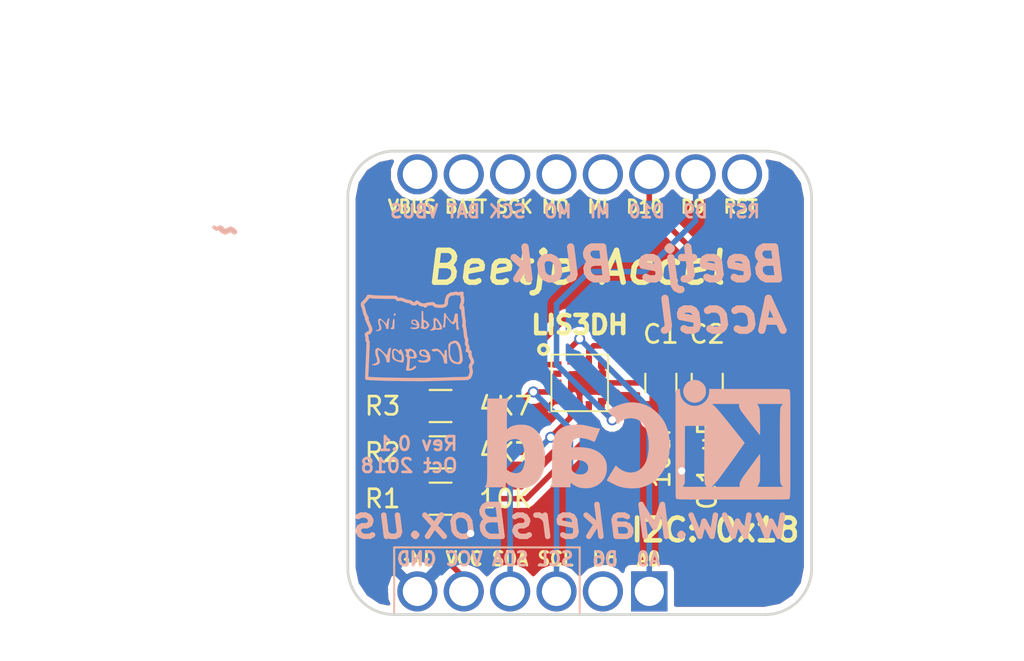
<source format=kicad_pcb>
(kicad_pcb (version 4) (host pcbnew 4.0.7)

  (general
    (links 22)
    (no_connects 0)
    (area 142.164999 86.284999 167.715001 111.835001)
    (thickness 1.6)
    (drawings 18)
    (tracks 90)
    (zones 0)
    (modules 10)
    (nets 19)
  )

  (page A)
  (title_block
    (title "Beetje 32U4 Blok")
    (date 2018-08-10)
    (rev 0.0)
    (company www.MakersBox.us)
    (comment 1 648.ken@gmail.com)
  )

  (layers
    (0 F.Cu signal)
    (31 B.Cu signal)
    (32 B.Adhes user)
    (33 F.Adhes user)
    (34 B.Paste user)
    (35 F.Paste user)
    (36 B.SilkS user hide)
    (37 F.SilkS user)
    (38 B.Mask user)
    (39 F.Mask user)
    (40 Dwgs.User user)
    (41 Cmts.User user)
    (42 Eco1.User user)
    (43 Eco2.User user)
    (44 Edge.Cuts user)
    (45 Margin user)
    (46 B.CrtYd user)
    (47 F.CrtYd user)
    (48 B.Fab user)
    (49 F.Fab user)
  )

  (setup
    (last_trace_width 0.25)
    (user_trace_width 0.3048)
    (user_trace_width 0.4064)
    (user_trace_width 0.6096)
    (trace_clearance 0.2)
    (zone_clearance 0.35)
    (zone_45_only no)
    (trace_min 0.2)
    (segment_width 0.2)
    (edge_width 0.15)
    (via_size 0.6)
    (via_drill 0.4)
    (via_min_size 0.4)
    (via_min_drill 0.3)
    (uvia_size 0.3)
    (uvia_drill 0.1)
    (uvias_allowed no)
    (uvia_min_size 0.2)
    (uvia_min_drill 0.1)
    (pcb_text_width 0.3)
    (pcb_text_size 1.5 1.5)
    (mod_edge_width 0.15)
    (mod_text_size 1 1)
    (mod_text_width 0.15)
    (pad_size 1.7 1.7)
    (pad_drill 0.508)
    (pad_to_mask_clearance 0)
    (aux_axis_origin 0 0)
    (visible_elements 7FFFFFFF)
    (pcbplotparams
      (layerselection 0x00030_80000001)
      (usegerberextensions false)
      (excludeedgelayer true)
      (linewidth 0.100000)
      (plotframeref false)
      (viasonmask false)
      (mode 1)
      (useauxorigin false)
      (hpglpennumber 1)
      (hpglpenspeed 20)
      (hpglpendiameter 15)
      (hpglpenoverlay 2)
      (psnegative false)
      (psa4output false)
      (plotreference true)
      (plotvalue true)
      (plotinvisibletext false)
      (padsonsilk false)
      (subtractmaskfromsilk false)
      (outputformat 1)
      (mirror false)
      (drillshape 1)
      (scaleselection 1)
      (outputdirectory ""))
  )

  (net 0 "")
  (net 1 GND)
  (net 2 VBUS)
  (net 3 +BATT)
  (net 4 /D10)
  (net 5 /D9)
  (net 6 /SCL)
  (net 7 /SDA)
  (net 8 /A0)
  (net 9 /SCK)
  (net 10 /MOSI)
  (net 11 /MISO)
  (net 12 /~RESET)
  (net 13 VCC)
  (net 14 /~CS)
  (net 15 "Net-(U1-Pad3)")
  (net 16 "Net-(U1-Pad2)")
  (net 17 "Net-(U1-Pad15)")
  (net 18 /D6)

  (net_class Default "This is the default net class."
    (clearance 0.2)
    (trace_width 0.25)
    (via_dia 0.6)
    (via_drill 0.4)
    (uvia_dia 0.3)
    (uvia_drill 0.1)
    (add_net +BATT)
    (add_net /A0)
    (add_net /D10)
    (add_net /D6)
    (add_net /D9)
    (add_net /MISO)
    (add_net /MOSI)
    (add_net /SCK)
    (add_net /SCL)
    (add_net /SDA)
    (add_net /~CS)
    (add_net /~RESET)
    (add_net GND)
    (add_net "Net-(U1-Pad15)")
    (add_net "Net-(U1-Pad2)")
    (add_net "Net-(U1-Pad3)")
    (add_net VBUS)
    (add_net VCC)
  )

  (module footprints:LIS3DH (layer F.Cu) (tedit 5BB7D6F9) (tstamp 5B6E2D1D)
    (at 154.94 99.06)
    (path /5B6E4CB0)
    (fp_text reference U1 (at 0 2.54) (layer F.SilkS) hide
      (effects (font (size 0.5 0.5) (thickness 0.125)))
    )
    (fp_text value LIS3DH (at 0 2.02) (layer F.Fab)
      (effects (font (size 0.5 0.5) (thickness 0.125)))
    )
    (fp_circle (center -1.9812 -1.8288) (end -1.778 -1.6764) (layer F.SilkS) (width 0.2))
    (fp_line (start 1.55 -1.55) (end 1.55 1.55) (layer F.SilkS) (width 0.1))
    (fp_line (start -1.55 -1.55) (end -1.55 1.55) (layer F.SilkS) (width 0.1))
    (fp_line (start -1.55 -1.55) (end 1.55 -1.55) (layer F.SilkS) (width 0.1))
    (fp_line (start -1.55 1.55) (end 1.55 1.55) (layer F.SilkS) (width 0.1))
    (pad 3 smd rect (at -1.225 0) (size 0.45 0.35) (layers F.Cu F.Paste F.Mask)
      (net 15 "Net-(U1-Pad3)"))
    (pad 11 smd rect (at 1.225 0) (size 0.45 0.35) (layers F.Cu F.Paste F.Mask)
      (net 4 /D10))
    (pad 2 smd rect (at -1.225 -0.5) (size 0.45 0.35) (layers F.Cu F.Paste F.Mask)
      (net 16 "Net-(U1-Pad2)"))
    (pad 12 smd rect (at 1.225 -0.5) (size 0.45 0.35) (layers F.Cu F.Paste F.Mask)
      (net 1 GND))
    (pad 1 smd rect (at -1.225 -1) (size 0.45 0.35) (layers F.Cu F.Paste F.Mask)
      (net 13 VCC))
    (pad 13 smd rect (at 1.225 -1) (size 0.45 0.35) (layers F.Cu F.Paste F.Mask)
      (net 1 GND))
    (pad 9 smd rect (at 1.225 1) (size 0.45 0.35) (layers F.Cu F.Paste F.Mask)
      (net 5 /D9))
    (pad 10 smd rect (at 1.225 0.5) (size 0.45 0.35) (layers F.Cu F.Paste F.Mask)
      (net 1 GND))
    (pad 7 smd rect (at 0 1.225 90) (size 0.45 0.35) (layers F.Cu F.Paste F.Mask)
      (net 1 GND))
    (pad 4 smd rect (at -1.225 0.5) (size 0.45 0.35) (layers F.Cu F.Paste F.Mask)
      (net 6 /SCL))
    (pad 5 smd rect (at -1.225 1) (size 0.45 0.35) (layers F.Cu F.Paste F.Mask)
      (net 1 GND))
    (pad 8 smd rect (at 0.5 1.225 90) (size 0.45 0.35) (layers F.Cu F.Paste F.Mask)
      (net 14 /~CS))
    (pad 6 smd rect (at -0.5 1.225 90) (size 0.45 0.35) (layers F.Cu F.Paste F.Mask)
      (net 7 /SDA))
    (pad 15 smd rect (at 0 -1.225 90) (size 0.45 0.35) (layers F.Cu F.Paste F.Mask)
      (net 17 "Net-(U1-Pad15)"))
    (pad 14 smd rect (at 0.5 -1.225 90) (size 0.45 0.35) (layers F.Cu F.Paste F.Mask)
      (net 13 VCC))
    (pad 16 smd rect (at -0.5 -1.225 90) (size 0.45 0.35) (layers F.Cu F.Paste F.Mask)
      (net 8 /A0))
  )

  (module footprints:KiCad-Logo2_8mm_SilkScreen (layer B.Cu) (tedit 0) (tstamp 5B6E13DB)
    (at 158.115 102.87 180)
    (descr "KiCad Logo")
    (tags "Logo KiCad")
    (attr virtual)
    (fp_text reference REF*** (at 0 0 180) (layer B.SilkS) hide
      (effects (font (size 1 1) (thickness 0.15)) (justify mirror))
    )
    (fp_text value KiCad-Logo2_8mm_SilkScreen (at 0.75 0 180) (layer B.Fab) hide
      (effects (font (size 1 1) (thickness 0.15)) (justify mirror))
    )
    (fp_poly (pts (xy -3.922722 3.342976) (xy -3.908256 3.191281) (xy -3.866163 3.047997) (xy -3.798393 2.916193)
      (xy -3.706899 2.798942) (xy -3.593635 2.699313) (xy -3.46451 2.622271) (xy -3.323028 2.569521)
      (xy -3.180554 2.544799) (xy -3.039896 2.546316) (xy -2.903864 2.572283) (xy -2.775267 2.62091)
      (xy -2.656914 2.690407) (xy -2.551614 2.778986) (xy -2.462177 2.884857) (xy -2.391412 3.00623)
      (xy -2.342129 3.141317) (xy -2.317135 3.288326) (xy -2.314556 3.354756) (xy -2.314556 3.471835)
      (xy -2.24542 3.471835) (xy -2.197081 3.468047) (xy -2.161271 3.452338) (xy -2.125183 3.420734)
      (xy -2.074083 3.369633) (xy -2.074083 0.451862) (xy -2.074095 0.102862) (xy -2.074138 -0.217332)
      (xy -2.074223 -0.509974) (xy -2.074361 -0.776318) (xy -2.074562 -1.017617) (xy -2.074838 -1.235125)
      (xy -2.0752 -1.430095) (xy -2.075658 -1.60378) (xy -2.076223 -1.757435) (xy -2.076906 -1.892313)
      (xy -2.077717 -2.009668) (xy -2.078669 -2.110753) (xy -2.079771 -2.196821) (xy -2.081035 -2.269127)
      (xy -2.08247 -2.328923) (xy -2.084089 -2.377464) (xy -2.085902 -2.416003) (xy -2.08792 -2.445793)
      (xy -2.090154 -2.468089) (xy -2.092614 -2.484143) (xy -2.095312 -2.49521) (xy -2.098258 -2.502542)
      (xy -2.099699 -2.505005) (xy -2.105241 -2.51434) (xy -2.109947 -2.522923) (xy -2.115045 -2.530784)
      (xy -2.121765 -2.537955) (xy -2.131336 -2.544467) (xy -2.144986 -2.550353) (xy -2.163945 -2.555642)
      (xy -2.189442 -2.560368) (xy -2.222705 -2.56456) (xy -2.264964 -2.568251) (xy -2.317448 -2.571472)
      (xy -2.381386 -2.574254) (xy -2.458007 -2.57663) (xy -2.54854 -2.578629) (xy -2.654214 -2.580284)
      (xy -2.776258 -2.581627) (xy -2.915901 -2.582687) (xy -3.074372 -2.583498) (xy -3.2529 -2.58409)
      (xy -3.452715 -2.584495) (xy -3.675045 -2.584744) (xy -3.921119 -2.584869) (xy -4.192166 -2.584901)
      (xy -4.489416 -2.584871) (xy -4.814097 -2.584811) (xy -5.167438 -2.584752) (xy -5.218541 -2.584746)
      (xy -5.573985 -2.584689) (xy -5.900594 -2.584595) (xy -6.199592 -2.584455) (xy -6.472204 -2.584259)
      (xy -6.719653 -2.583997) (xy -6.943164 -2.58366) (xy -7.14396 -2.583239) (xy -7.323266 -2.582723)
      (xy -7.482307 -2.582104) (xy -7.622306 -2.581371) (xy -7.744487 -2.580515) (xy -7.850075 -2.579526)
      (xy -7.940293 -2.578394) (xy -8.016366 -2.577111) (xy -8.079519 -2.575666) (xy -8.130975 -2.574049)
      (xy -8.171958 -2.572252) (xy -8.203692 -2.570265) (xy -8.227402 -2.568077) (xy -8.244312 -2.565679)
      (xy -8.255646 -2.563063) (xy -8.261448 -2.560841) (xy -8.272714 -2.556088) (xy -8.283058 -2.552578)
      (xy -8.292517 -2.549068) (xy -8.301132 -2.544313) (xy -8.308942 -2.537069) (xy -8.315985 -2.526091)
      (xy -8.322302 -2.510135) (xy -8.327931 -2.487955) (xy -8.332912 -2.458309) (xy -8.337284 -2.419951)
      (xy -8.341086 -2.371637) (xy -8.344358 -2.312122) (xy -8.347139 -2.240163) (xy -8.349467 -2.154513)
      (xy -8.351383 -2.053931) (xy -8.352925 -1.937169) (xy -8.354134 -1.802985) (xy -8.355047 -1.650134)
      (xy -8.355705 -1.477371) (xy -8.356146 -1.283452) (xy -8.356411 -1.067133) (xy -8.356536 -0.827168)
      (xy -8.356564 -0.562314) (xy -8.356533 -0.271326) (xy -8.356481 0.04704) (xy -8.356449 0.39403)
      (xy -8.356449 0.450148) (xy -8.356467 0.800159) (xy -8.356501 1.121364) (xy -8.356515 1.415017)
      (xy -8.356476 1.682372) (xy -8.356351 1.924683) (xy -8.356103 2.143203) (xy -8.3557 2.339187)
      (xy -8.355107 2.513887) (xy -8.354335 2.660237) (xy -7.951149 2.660237) (xy -7.898174 2.583225)
      (xy -7.883302 2.562232) (xy -7.869895 2.543644) (xy -7.857876 2.52588) (xy -7.84717 2.507362)
      (xy -7.837703 2.486509) (xy -7.829397 2.461743) (xy -7.822178 2.431483) (xy -7.815969 2.39415)
      (xy -7.810696 2.348165) (xy -7.806282 2.291948) (xy -7.802652 2.22392) (xy -7.79973 2.1425)
      (xy -7.797441 2.04611) (xy -7.795709 1.93317) (xy -7.794458 1.802101) (xy -7.793614 1.651322)
      (xy -7.793099 1.479254) (xy -7.792839 1.284319) (xy -7.792757 1.064935) (xy -7.792779 0.819524)
      (xy -7.792828 0.546506) (xy -7.79284 0.383255) (xy -7.792808 0.094417) (xy -7.792763 -0.165943)
      (xy -7.792779 -0.399406) (xy -7.792931 -0.607554) (xy -7.793294 -0.791969) (xy -7.793943 -0.954231)
      (xy -7.794953 -1.095922) (xy -7.796399 -1.218624) (xy -7.798355 -1.323917) (xy -7.800896 -1.413383)
      (xy -7.804097 -1.488603) (xy -7.808033 -1.551159) (xy -7.81278 -1.602632) (xy -7.81841 -1.644603)
      (xy -7.825001 -1.678653) (xy -7.832626 -1.706365) (xy -7.84136 -1.729318) (xy -7.851279 -1.749096)
      (xy -7.862456 -1.767278) (xy -7.874967 -1.785446) (xy -7.888888 -1.805182) (xy -7.896997 -1.817019)
      (xy -7.948618 -1.893728) (xy -7.240914 -1.893728) (xy -7.076826 -1.893681) (xy -6.940367 -1.893481)
      (xy -6.829109 -1.893033) (xy -6.740621 -1.892244) (xy -6.672476 -1.89102) (xy -6.622243 -1.889269)
      (xy -6.587493 -1.886897) (xy -6.565798 -1.88381) (xy -6.554727 -1.879916) (xy -6.551851 -1.87512)
      (xy -6.554741 -1.86933) (xy -6.556333 -1.867426) (xy -6.589817 -1.81807) (xy -6.624296 -1.747773)
      (xy -6.655729 -1.665227) (xy -6.666738 -1.630061) (xy -6.672884 -1.606175) (xy -6.678078 -1.578135)
      (xy -6.68243 -1.543165) (xy -6.686048 -1.498489) (xy -6.689043 -1.441329) (xy -6.691523 -1.36891)
      (xy -6.693598 -1.278455) (xy -6.695377 -1.167188) (xy -6.69697 -1.032331) (xy -6.698486 -0.871109)
      (xy -6.698988 -0.811597) (xy -6.700342 -0.644976) (xy -6.701352 -0.506026) (xy -6.701941 -0.392361)
      (xy -6.702031 -0.301596) (xy -6.701544 -0.231344) (xy -6.700403 -0.179219) (xy -6.69853 -0.142834)
      (xy -6.695847 -0.119804) (xy -6.692276 -0.107742) (xy -6.687739 -0.104261) (xy -6.682159 -0.106976)
      (xy -6.676203 -0.112722) (xy -6.662417 -0.129943) (xy -6.63305 -0.168651) (xy -6.590179 -0.22601)
      (xy -6.535882 -0.299181) (xy -6.472237 -0.385326) (xy -6.401323 -0.481609) (xy -6.325216 -0.585192)
      (xy -6.245995 -0.693237) (xy -6.165738 -0.802907) (xy -6.086522 -0.911364) (xy -6.010426 -1.01577)
      (xy -5.939527 -1.113289) (xy -5.875903 -1.201083) (xy -5.821633 -1.276314) (xy -5.778793 -1.336144)
      (xy -5.749462 -1.377737) (xy -5.74338 -1.386567) (xy -5.712864 -1.435698) (xy -5.677172 -1.49959)
      (xy -5.643357 -1.565542) (xy -5.639069 -1.574437) (xy -5.610208 -1.638602) (xy -5.593452 -1.68861)
      (xy -5.585823 -1.736307) (xy -5.584334 -1.792278) (xy -5.585178 -1.893728) (xy -4.048204 -1.893728)
      (xy -4.169575 -1.768938) (xy -4.231879 -1.70251) (xy -4.29883 -1.627316) (xy -4.360132 -1.555063)
      (xy -4.387325 -1.52131) (xy -4.427849 -1.468661) (xy -4.481176 -1.397817) (xy -4.545747 -1.310947)
      (xy -4.620001 -1.210222) (xy -4.702381 -1.097809) (xy -4.791326 -0.975879) (xy -4.885278 -0.846602)
      (xy -4.982678 -0.712146) (xy -5.081965 -0.574681) (xy -5.181581 -0.436377) (xy -5.279967 -0.299403)
      (xy -5.375564 -0.165929) (xy -5.466812 -0.038124) (xy -5.552152 0.081843) (xy -5.630025 0.191801)
      (xy -5.698871 0.289582) (xy -5.757132 0.373016) (xy -5.803249 0.439934) (xy -5.835661 0.488166)
      (xy -5.85281 0.515542) (xy -5.85515 0.521004) (xy -5.844554 0.536083) (xy -5.816868 0.57227)
      (xy -5.773909 0.627299) (xy -5.71749 0.698907) (xy -5.649426 0.784829) (xy -5.571533 0.882802)
      (xy -5.485625 0.990562) (xy -5.393517 1.105845) (xy -5.297023 1.226386) (xy -5.197959 1.349921)
      (xy -5.118438 1.448918) (xy -3.772426 1.448918) (xy -3.764558 1.431667) (xy -3.74548 1.402045)
      (xy -3.744086 1.400072) (xy -3.719073 1.359927) (xy -3.692916 1.310891) (xy -3.687725 1.300059)
      (xy -3.683017 1.288837) (xy -3.678857 1.275366) (xy -3.675203 1.25779) (xy -3.672015 1.234255)
      (xy -3.669255 1.202906) (xy -3.666881 1.161888) (xy -3.664853 1.109348) (xy -3.663132 1.043429)
      (xy -3.661676 0.962277) (xy -3.660447 0.864038) (xy -3.659404 0.746857) (xy -3.658506 0.608879)
      (xy -3.657714 0.448249) (xy -3.656988 0.263112) (xy -3.656287 0.051614) (xy -3.655577 -0.186509)
      (xy -3.65486 -0.432967) (xy -3.654282 -0.651229) (xy -3.653931 -0.843155) (xy -3.653898 -1.010607)
      (xy -3.654272 -1.155449) (xy -3.655143 -1.27954) (xy -3.656601 -1.384744) (xy -3.658736 -1.472922)
      (xy -3.661637 -1.545936) (xy -3.665394 -1.605648) (xy -3.670097 -1.65392) (xy -3.675835 -1.692614)
      (xy -3.682699 -1.723591) (xy -3.690778 -1.748714) (xy -3.700162 -1.769845) (xy -3.71094 -1.788845)
      (xy -3.723203 -1.807576) (xy -3.73452 -1.824175) (xy -3.757334 -1.859182) (xy -3.770843 -1.882593)
      (xy -3.772426 -1.88688) (xy -3.757905 -1.888314) (xy -3.716375 -1.889646) (xy -3.650889 -1.890845)
      (xy -3.564495 -1.891877) (xy -3.460246 -1.892712) (xy -3.341192 -1.893317) (xy -3.210384 -1.89366)
      (xy -3.118639 -1.893728) (xy -2.978855 -1.893434) (xy -2.849924 -1.892593) (xy -2.734758 -1.891263)
      (xy -2.63627 -1.889503) (xy -2.557376 -1.887372) (xy -2.500988 -1.884928) (xy -2.47002 -1.882231)
      (xy -2.464852 -1.880538) (xy -2.4751 -1.860697) (xy -2.485749 -1.850006) (xy -2.503286 -1.827204)
      (xy -2.526237 -1.786929) (xy -2.54211 -1.754231) (xy -2.577574 -1.675799) (xy -2.581668 -0.108964)
      (xy -2.585762 1.45787) (xy -3.179094 1.45787) (xy -3.309323 1.457651) (xy -3.42967 1.457027)
      (xy -3.536932 1.456047) (xy -3.627907 1.454757) (xy -3.699393 1.453208) (xy -3.748186 1.451446)
      (xy -3.771085 1.449521) (xy -3.772426 1.448918) (xy -5.118438 1.448918) (xy -5.09814 1.474187)
      (xy -4.99938 1.596919) (xy -4.903493 1.715853) (xy -4.812296 1.828726) (xy -4.727602 1.933272)
      (xy -4.651227 2.027229) (xy -4.584984 2.108332) (xy -4.53069 2.174316) (xy -4.507838 2.201835)
      (xy -4.392952 2.335851) (xy -4.290971 2.446697) (xy -4.199355 2.536991) (xy -4.115566 2.609349)
      (xy -4.103077 2.619158) (xy -4.050473 2.659904) (xy -4.803864 2.66007) (xy -5.557254 2.660237)
      (xy -5.550213 2.596361) (xy -5.55461 2.520016) (xy -5.583276 2.429118) (xy -5.636496 2.322943)
      (xy -5.696817 2.226708) (xy -5.718409 2.196559) (xy -5.755758 2.146559) (xy -5.806637 2.079558)
      (xy -5.86882 1.998409) (xy -5.940081 1.905962) (xy -6.018192 1.805067) (xy -6.100928 1.698577)
      (xy -6.186063 1.589342) (xy -6.271369 1.480213) (xy -6.354621 1.374041) (xy -6.433592 1.273677)
      (xy -6.506055 1.181973) (xy -6.569785 1.101779) (xy -6.622555 1.035946) (xy -6.662138 0.987326)
      (xy -6.686309 0.95877) (xy -6.690381 0.954379) (xy -6.694188 0.965038) (xy -6.697135 1.00537)
      (xy -6.699217 1.075) (xy -6.700429 1.173553) (xy -6.700766 1.300656) (xy -6.700223 1.455932)
      (xy -6.699013 1.615681) (xy -6.697253 1.791569) (xy -6.695223 1.940333) (xy -6.692593 2.064908)
      (xy -6.689031 2.168229) (xy -6.684206 2.253231) (xy -6.677787 2.322848) (xy -6.669444 2.380016)
      (xy -6.658844 2.427669) (xy -6.645657 2.468743) (xy -6.629552 2.506173) (xy -6.610197 2.542893)
      (xy -6.59065 2.576229) (xy -6.540063 2.660237) (xy -7.951149 2.660237) (xy -8.354335 2.660237)
      (xy -8.354291 2.668558) (xy -8.353218 2.804453) (xy -8.351853 2.922826) (xy -8.350162 3.024931)
      (xy -8.348112 3.112021) (xy -8.345668 3.18535) (xy -8.342796 3.246171) (xy -8.339462 3.29574)
      (xy -8.335633 3.335308) (xy -8.331274 3.36613) (xy -8.326351 3.38946) (xy -8.32083 3.406552)
      (xy -8.314678 3.418658) (xy -8.307859 3.427033) (xy -8.30034 3.43293) (xy -8.292087 3.437604)
      (xy -8.283067 3.442307) (xy -8.275084 3.447058) (xy -8.268117 3.450488) (xy -8.257232 3.453588)
      (xy -8.240972 3.456375) (xy -8.217879 3.458866) (xy -8.186497 3.461077) (xy -8.145368 3.463024)
      (xy -8.093034 3.464724) (xy -8.028039 3.466193) (xy -7.948925 3.467448) (xy -7.854236 3.468506)
      (xy -7.742512 3.469382) (xy -7.612299 3.470093) (xy -7.462137 3.470655) (xy -7.29057 3.471086)
      (xy -7.096141 3.471401) (xy -6.877392 3.471617) (xy -6.632866 3.47175) (xy -6.361105 3.471817)
      (xy -6.079996 3.471835) (xy -3.922722 3.471835) (xy -3.922722 3.342976)) (layer B.SilkS) (width 0.01))
    (fp_poly (pts (xy 0.437258 2.730527) (xy 0.650464 2.702337) (xy 0.868727 2.648897) (xy 1.094796 2.569675)
      (xy 1.331418 2.464144) (xy 1.34642 2.456762) (xy 1.423232 2.41945) (xy 1.49186 2.387395)
      (xy 1.547297 2.362834) (xy 1.584536 2.348008) (xy 1.597278 2.344616) (xy 1.622863 2.337949)
      (xy 1.629003 2.332349) (xy 1.622208 2.318459) (xy 1.600853 2.28346) (xy 1.567396 2.23102)
      (xy 1.524294 2.164806) (xy 1.474008 2.088486) (xy 1.418995 2.005727) (xy 1.361714 1.920199)
      (xy 1.304623 1.835567) (xy 1.250183 1.7555) (xy 1.20085 1.683666) (xy 1.159083 1.623732)
      (xy 1.127342 1.579365) (xy 1.108085 1.554235) (xy 1.105442 1.55132) (xy 1.091971 1.557509)
      (xy 1.062227 1.580377) (xy 1.021527 1.615686) (xy 1.000566 1.63496) (xy 0.872104 1.735186)
      (xy 0.730034 1.808998) (xy 0.576256 1.85573) (xy 0.412672 1.874716) (xy 0.320275 1.873157)
      (xy 0.158995 1.85031) (xy 0.013587 1.802538) (xy -0.116384 1.729492) (xy -0.231353 1.630824)
      (xy -0.331754 1.506185) (xy -0.418022 1.355224) (xy -0.467839 1.239941) (xy -0.526222 1.059276)
      (xy -0.569252 0.862922) (xy -0.59704 0.655943) (xy -0.609695 0.443402) (xy -0.60733 0.230362)
      (xy -0.590055 0.021887) (xy -0.557981 -0.176961) (xy -0.511218 -0.361118) (xy -0.449877 -0.52552)
      (xy -0.4282 -0.571124) (xy -0.33734 -0.723014) (xy -0.230219 -0.851481) (xy -0.108412 -0.955478)
      (xy 0.02651 -1.033958) (xy 0.172971 -1.085874) (xy 0.3294 -1.110179) (xy 0.384608 -1.111967)
      (xy 0.546446 -1.097428) (xy 0.706791 -1.053737) (xy 0.86361 -0.981798) (xy 1.014867 -0.882512)
      (xy 1.136564 -0.778232) (xy 1.198512 -0.718945) (xy 1.439845 -1.114709) (xy 1.499886 -1.213446)
      (xy 1.554789 -1.304262) (xy 1.602606 -1.383895) (xy 1.641391 -1.44908) (xy 1.669194 -1.496554)
      (xy 1.68407 -1.523055) (xy 1.686003 -1.527175) (xy 1.675047 -1.540009) (xy 1.640993 -1.563016)
      (xy 1.588145 -1.594015) (xy 1.520811 -1.630829) (xy 1.443294 -1.671278) (xy 1.359902 -1.713182)
      (xy 1.27494 -1.754363) (xy 1.192714 -1.792642) (xy 1.117529 -1.825838) (xy 1.053691 -1.851775)
      (xy 1.022467 -1.862997) (xy 0.844377 -1.913342) (xy 0.660791 -1.94663) (xy 0.464142 -1.963943)
      (xy 0.295341 -1.967043) (xy 0.204867 -1.965585) (xy 0.117529 -1.962792) (xy 0.041068 -1.959009)
      (xy -0.01677 -1.954578) (xy -0.035549 -1.952337) (xy -0.220628 -1.913947) (xy -0.409051 -1.853877)
      (xy -0.59209 -1.775702) (xy -0.761013 -1.683) (xy -0.864201 -1.612864) (xy -1.033826 -1.468809)
      (xy -1.19133 -1.300302) (xy -1.333795 -1.111508) (xy -1.458303 -0.906591) (xy -1.561938 -0.689715)
      (xy -1.620324 -0.53355) (xy -1.687222 -0.289076) (xy -1.731821 -0.030064) (xy -1.754135 0.237881)
      (xy -1.754179 0.509155) (xy -1.731966 0.778153) (xy -1.687509 1.039271) (xy -1.620824 1.286905)
      (xy -1.615743 1.302334) (xy -1.532022 1.518085) (xy -1.429844 1.715017) (xy -1.305742 1.898701)
      (xy -1.15625 2.074712) (xy -1.09785 2.134973) (xy -0.916596 2.299984) (xy -0.730263 2.436505)
      (xy -0.535991 2.546021) (xy -0.330921 2.630019) (xy -0.11219 2.689985) (xy 0.01503 2.71327)
      (xy 0.226363 2.733995) (xy 0.437258 2.730527)) (layer B.SilkS) (width 0.01))
    (fp_poly (pts (xy 3.559492 1.509029) (xy 3.76175 1.482382) (xy 3.941836 1.437602) (xy 4.100911 1.374331)
      (xy 4.240138 1.292213) (xy 4.343465 1.207591) (xy 4.435116 1.108892) (xy 4.506666 1.002687)
      (xy 4.563786 0.879908) (xy 4.584388 0.822567) (xy 4.601508 0.770669) (xy 4.616422 0.722545)
      (xy 4.629302 0.675754) (xy 4.64032 0.627856) (xy 4.64965 0.576413) (xy 4.657463 0.518984)
      (xy 4.663932 0.45313) (xy 4.66923 0.376411) (xy 4.67353 0.286388) (xy 4.677003 0.18062)
      (xy 4.679823 0.056669) (xy 4.682162 -0.087906) (xy 4.684193 -0.255544) (xy 4.686088 -0.448685)
      (xy 4.687755 -0.638757) (xy 4.689521 -0.846703) (xy 4.691126 -1.026797) (xy 4.692737 -1.181244)
      (xy 4.69452 -1.312249) (xy 4.696643 -1.422017) (xy 4.699272 -1.512753) (xy 4.702576 -1.586662)
      (xy 4.706719 -1.64595) (xy 4.71187 -1.692822) (xy 4.718196 -1.729483) (xy 4.725863 -1.758137)
      (xy 4.735038 -1.78099) (xy 4.745888 -1.800248) (xy 4.758581 -1.818115) (xy 4.773283 -1.836796)
      (xy 4.779009 -1.844029) (xy 4.80007 -1.874436) (xy 4.809438 -1.895142) (xy 4.809468 -1.895754)
      (xy 4.794986 -1.898682) (xy 4.753733 -1.901378) (xy 4.688997 -1.903769) (xy 4.604064 -1.905778)
      (xy 4.502223 -1.907329) (xy 4.38676 -1.908346) (xy 4.260964 -1.908753) (xy 4.246443 -1.908757)
      (xy 3.683419 -1.908757) (xy 3.679076 -1.780858) (xy 3.674734 -1.652958) (xy 3.592071 -1.720841)
      (xy 3.46249 -1.810726) (xy 3.316172 -1.883541) (xy 3.201056 -1.923787) (xy 3.109098 -1.943342)
      (xy 2.998126 -1.956647) (xy 2.878615 -1.963285) (xy 2.761037 -1.962843) (xy 2.655867 -1.954905)
      (xy 2.607633 -1.947298) (xy 2.421218 -1.89689) (xy 2.2529 -1.823874) (xy 2.103896 -1.729337)
      (xy 1.975424 -1.614365) (xy 1.868699 -1.480046) (xy 1.78494 -1.327467) (xy 1.72586 -1.159594)
      (xy 1.709438 -1.084261) (xy 1.699307 -1.001451) (xy 1.694476 -0.901815) (xy 1.693817 -0.856686)
      (xy 1.693904 -0.852446) (xy 2.705656 -0.852446) (xy 2.718029 -0.952367) (xy 2.755556 -1.037343)
      (xy 2.820085 -1.111417) (xy 2.826818 -1.117292) (xy 2.891115 -1.163659) (xy 2.959958 -1.193724)
      (xy 3.040814 -1.209595) (xy 3.141149 -1.21338) (xy 3.165257 -1.21284) (xy 3.236909 -1.209309)
      (xy 3.290203 -1.202098) (xy 3.336823 -1.188566) (xy 3.388452 -1.166072) (xy 3.40262 -1.159178)
      (xy 3.483368 -1.111478) (xy 3.545701 -1.054719) (xy 3.562659 -1.034431) (xy 3.62213 -0.959194)
      (xy 3.62213 -0.698413) (xy 3.621417 -0.593706) (xy 3.619167 -0.516552) (xy 3.615215 -0.464478)
      (xy 3.609396 -0.435009) (xy 3.603958 -0.4264) (xy 3.582755 -0.422188) (xy 3.537778 -0.418697)
      (xy 3.475305 -0.416256) (xy 3.401619 -0.415194) (xy 3.389786 -0.415174) (xy 3.22899 -0.422169)
      (xy 3.092299 -0.443693) (xy 2.977065 -0.480569) (xy 2.880641 -0.53362) (xy 2.807509 -0.596127)
      (xy 2.748201 -0.673195) (xy 2.715285 -0.757135) (xy 2.705656 -0.852446) (xy 1.693904 -0.852446)
      (xy 1.696391 -0.731864) (xy 1.707501 -0.626821) (xy 1.729129 -0.531998) (xy 1.763261 -0.437837)
      (xy 1.795209 -0.368111) (xy 1.873252 -0.241236) (xy 1.977227 -0.124042) (xy 2.10397 -0.018662)
      (xy 2.250318 0.072772) (xy 2.413106 0.148126) (xy 2.589171 0.205268) (xy 2.675266 0.225158)
      (xy 2.856574 0.254587) (xy 3.054208 0.274003) (xy 3.25585 0.282498) (xy 3.424346 0.280325)
      (xy 3.639875 0.2713) (xy 3.629997 0.349822) (xy 3.604311 0.48183) (xy 3.562861 0.589298)
      (xy 3.504501 0.673048) (xy 3.428083 0.733905) (xy 3.332461 0.772692) (xy 3.21649 0.790234)
      (xy 3.079021 0.787353) (xy 3.028462 0.782026) (xy 2.840486 0.748518) (xy 2.658338 0.693887)
      (xy 2.532485 0.643294) (xy 2.472361 0.617499) (xy 2.421194 0.596769) (xy 2.386111 0.583929)
      (xy 2.375875 0.581203) (xy 2.362902 0.59329) (xy 2.340643 0.631858) (xy 2.30889 0.697345)
      (xy 2.267432 0.790184) (xy 2.216061 0.910813) (xy 2.207277 0.931835) (xy 2.167261 1.028115)
      (xy 2.131341 1.115115) (xy 2.101069 1.189031) (xy 2.077996 1.246059) (xy 2.063674 1.282393)
      (xy 2.059538 1.294161) (xy 2.07285 1.300491) (xy 2.107833 1.307517) (xy 2.145474 1.312415)
      (xy 2.185623 1.318748) (xy 2.249246 1.331323) (xy 2.330697 1.348908) (xy 2.424336 1.37027)
      (xy 2.52452 1.394175) (xy 2.562545 1.403525) (xy 2.702419 1.437592) (xy 2.819131 1.464302)
      (xy 2.918435 1.484509) (xy 3.006085 1.499066) (xy 3.087836 1.508827) (xy 3.169441 1.514644)
      (xy 3.256656 1.51737) (xy 3.333898 1.5179) (xy 3.559492 1.509029)) (layer B.SilkS) (width 0.01))
    (fp_poly (pts (xy 8.236474 0.702633) (xy 8.2365 0.390539) (xy 8.236535 0.107038) (xy 8.236631 -0.149336)
      (xy 8.236841 -0.380048) (xy 8.237216 -0.586565) (xy 8.237809 -0.770351) (xy 8.23867 -0.932874)
      (xy 8.239853 -1.075598) (xy 8.241408 -1.19999) (xy 8.243389 -1.307515) (xy 8.245846 -1.39964)
      (xy 8.248833 -1.47783) (xy 8.2524 -1.543551) (xy 8.256599 -1.598269) (xy 8.261484 -1.643449)
      (xy 8.267104 -1.680558) (xy 8.273513 -1.711062) (xy 8.280763 -1.736426) (xy 8.288905 -1.758115)
      (xy 8.29799 -1.777597) (xy 8.308073 -1.796337) (xy 8.319203 -1.8158) (xy 8.326117 -1.827924)
      (xy 8.371736 -1.908757) (xy 7.229231 -1.908757) (xy 7.229231 -1.781006) (xy 7.228257 -1.723273)
      (xy 7.225658 -1.679119) (xy 7.221918 -1.655446) (xy 7.220265 -1.653254) (xy 7.205058 -1.662419)
      (xy 7.174817 -1.686175) (xy 7.144595 -1.711969) (xy 7.071924 -1.766201) (xy 6.979423 -1.820792)
      (xy 6.876839 -1.870725) (xy 6.773919 -1.910987) (xy 6.732843 -1.923833) (xy 6.641649 -1.943225)
      (xy 6.531343 -1.956487) (xy 6.412329 -1.963202) (xy 6.295005 -1.962953) (xy 6.189773 -1.955324)
      (xy 6.139586 -1.947592) (xy 5.95573 -1.896918) (xy 5.786245 -1.820067) (xy 5.632046 -1.717737)
      (xy 5.494044 -1.590628) (xy 5.373151 -1.43944) (xy 5.284214 -1.291927) (xy 5.211165 -1.136483)
      (xy 5.155248 -0.977586) (xy 5.115311 -0.809843) (xy 5.090207 -0.627861) (xy 5.078786 -0.426245)
      (xy 5.077819 -0.323136) (xy 5.080607 -0.247545) (xy 6.18446 -0.247545) (xy 6.184737 -0.371452)
      (xy 6.188615 -0.488199) (xy 6.196154 -0.59082) (xy 6.207411 -0.672349) (xy 6.210851 -0.688779)
      (xy 6.253189 -0.831612) (xy 6.308652 -0.947473) (xy 6.377703 -1.036654) (xy 6.460804 -1.099444)
      (xy 6.558418 -1.136137) (xy 6.67101 -1.147021) (xy 6.799041 -1.13239) (xy 6.883551 -1.111458)
      (xy 6.948978 -1.087241) (xy 7.021043 -1.052828) (xy 7.075178 -1.021272) (xy 7.169113 -0.95954)
      (xy 7.169113 0.57178) (xy 7.079369 0.629784) (xy 6.974823 0.684267) (xy 6.862742 0.719749)
      (xy 6.749411 0.735624) (xy 6.641117 0.731288) (xy 6.544145 0.706135) (xy 6.501603 0.685407)
      (xy 6.424485 0.628162) (xy 6.359305 0.552578) (xy 6.304513 0.455892) (xy 6.258561 0.335342)
      (xy 6.219897 0.188167) (xy 6.218191 0.180355) (xy 6.20465 0.097473) (xy 6.194476 -0.006116)
      (xy 6.187726 -0.123444) (xy 6.18446 -0.247545) (xy 5.080607 -0.247545) (xy 5.088272 -0.039801)
      (xy 5.117488 0.220927) (xy 5.165396 0.458877) (xy 5.231928 0.673876) (xy 5.317015 0.86575)
      (xy 5.420587 1.034326) (xy 5.542575 1.179432) (xy 5.682911 1.300895) (xy 5.743041 1.342102)
      (xy 5.877441 1.416855) (xy 6.014957 1.469591) (xy 6.161524 1.501757) (xy 6.323073 1.514797)
      (xy 6.446231 1.513405) (xy 6.618848 1.498805) (xy 6.768751 1.469761) (xy 6.900278 1.424937)
      (xy 7.017765 1.363) (xy 7.082823 1.317451) (xy 7.12192 1.288275) (xy 7.150798 1.268344)
      (xy 7.161728 1.262485) (xy 7.163878 1.276903) (xy 7.165596 1.317713) (xy 7.1669 1.381253)
      (xy 7.167805 1.46386) (xy 7.168328 1.56187) (xy 7.168487 1.671621) (xy 7.168298 1.789449)
      (xy 7.167778 1.911693) (xy 7.166944 2.034687) (xy 7.165812 2.15477) (xy 7.164399 2.268279)
      (xy 7.162723 2.37155) (xy 7.1608 2.46092) (xy 7.158646 2.532727) (xy 7.15628 2.583307)
      (xy 7.155625 2.592604) (xy 7.145537 2.686353) (xy 7.130145 2.759776) (xy 7.106528 2.822511)
      (xy 7.071767 2.884198) (xy 7.063423 2.896953) (xy 7.030895 2.945799) (xy 8.236213 2.945799)
      (xy 8.236474 0.702633)) (layer B.SilkS) (width 0.01))
    (fp_poly (pts (xy -3.02624 3.958707) (xy -2.898063 3.926438) (xy -2.782789 3.869413) (xy -2.683189 3.789828)
      (xy -2.602035 3.689875) (xy -2.542098 3.571749) (xy -2.507134 3.443525) (xy -2.499344 3.314031)
      (xy -2.51912 3.189071) (xy -2.563988 3.072101) (xy -2.631472 2.966578) (xy -2.719098 2.875958)
      (xy -2.824393 2.803697) (xy -2.944882 2.753252) (xy -3.013135 2.736712) (xy -3.072378 2.726698)
      (xy -3.118046 2.722741) (xy -3.161928 2.72517) (xy -3.215814 2.734316) (xy -3.259877 2.743602)
      (xy -3.384248 2.785553) (xy -3.495647 2.853617) (xy -3.591565 2.945731) (xy -3.669496 3.05983)
      (xy -3.688067 3.096095) (xy -3.709951 3.144513) (xy -3.723675 3.185172) (xy -3.731085 3.227951)
      (xy -3.734027 3.282728) (xy -3.734397 3.344083) (xy -3.728957 3.456394) (xy -3.711096 3.548629)
      (xy -3.677559 3.629342) (xy -3.62509 3.707086) (xy -3.573769 3.766018) (xy -3.478054 3.853645)
      (xy -3.378078 3.914132) (xy -3.267907 3.950347) (xy -3.164549 3.964027) (xy -3.02624 3.958707)) (layer B.SilkS) (width 0.01))
  )

  (module footprints:MadeInOregonRev25 (layer F.Cu) (tedit 0) (tstamp 5B6E1802)
    (at 146.05 96.52)
    (fp_text reference VAL (at 0 0) (layer F.SilkS) hide
      (effects (font (size 1.143 1.143) (thickness 0.1778)))
    )
    (fp_text value MadeInOregonRev25 (at 0 0) (layer F.SilkS) hide
      (effects (font (size 1.143 1.143) (thickness 0.1778)))
    )
    (fp_poly (pts (xy -3.09626 -1.76022) (xy -3.09626 -1.72212) (xy -3.09372 -1.69672) (xy -3.09118 -1.67386)
      (xy -3.0861 -1.65608) (xy -3.07594 -1.63576) (xy -3.0734 -1.62814) (xy -3.0607 -1.6002)
      (xy -3.05054 -1.5748) (xy -3.04038 -1.54432) (xy -3.03022 -1.50876) (xy -3.02006 -1.46304)
      (xy -3.00736 -1.4097) (xy -3.00228 -1.39192) (xy -2.98704 -1.31826) (xy -2.96926 -1.2573)
      (xy -2.95402 -1.20396) (xy -2.9337 -1.15824) (xy -2.91338 -1.1176) (xy -2.91338 -1.74752)
      (xy -2.91338 -1.76276) (xy -2.91084 -1.77546) (xy -2.90322 -1.78816) (xy -2.89052 -1.8034)
      (xy -2.86766 -1.82118) (xy -2.8575 -1.83134) (xy -2.82956 -1.8542) (xy -2.80416 -1.8796)
      (xy -2.78638 -1.90246) (xy -2.77876 -1.91008) (xy -2.76606 -1.92786) (xy -2.74574 -1.95326)
      (xy -2.72034 -1.98374) (xy -2.69494 -2.01422) (xy -2.6924 -2.01676) (xy -2.66954 -2.0447)
      (xy -2.64922 -2.0701) (xy -2.63652 -2.08788) (xy -2.6289 -2.09804) (xy -2.6289 -2.10058)
      (xy -2.62382 -2.10566) (xy -2.60604 -2.10566) (xy -2.58064 -2.10566) (xy -2.55016 -2.10058)
      (xy -2.51968 -2.0955) (xy -2.50952 -2.09296) (xy -2.49682 -2.09042) (xy -2.48412 -2.08534)
      (xy -2.46888 -2.08534) (xy -2.4511 -2.0828) (xy -2.4257 -2.08026) (xy -2.39268 -2.07772)
      (xy -2.35458 -2.07772) (xy -2.30632 -2.07518) (xy -2.2479 -2.07518) (xy -2.17678 -2.07264)
      (xy -2.09296 -2.0701) (xy -2.03962 -2.0701) (xy -1.95326 -2.06756) (xy -1.8669 -2.06756)
      (xy -1.78054 -2.06502) (xy -1.69672 -2.06502) (xy -1.61798 -2.06248) (xy -1.54686 -2.06248)
      (xy -1.48336 -2.06248) (xy -1.4351 -2.06248) (xy -1.4224 -2.06248) (xy -1.22936 -2.06248)
      (xy -1.1684 -2.00152) (xy -1.10744 -1.9431) (xy -1.0668 -1.9431) (xy -1.03886 -1.9431)
      (xy -1.0033 -1.94564) (xy -0.97536 -1.95072) (xy -0.94234 -1.95326) (xy -0.91186 -1.95072)
      (xy -0.87884 -1.94564) (xy -0.8382 -1.93548) (xy -0.79248 -1.9177) (xy -0.7366 -1.89484)
      (xy -0.72136 -1.88976) (xy -0.67818 -1.86944) (xy -0.64516 -1.85674) (xy -0.61722 -1.84912)
      (xy -0.59182 -1.84404) (xy -0.56388 -1.83896) (xy -0.5461 -1.83642) (xy -0.50038 -1.83134)
      (xy -0.46482 -1.82626) (xy -0.43688 -1.81864) (xy -0.41656 -1.80848) (xy -0.39624 -1.79578)
      (xy -0.37592 -1.77546) (xy -0.37338 -1.77292) (xy -0.35052 -1.7526) (xy -0.32512 -1.73482)
      (xy -0.30734 -1.72212) (xy -0.30734 -1.72212) (xy -0.28702 -1.71704) (xy -0.25654 -1.71196)
      (xy -0.22098 -1.70434) (xy -0.18288 -1.7018) (xy -0.14986 -1.69672) (xy -0.12446 -1.69672)
      (xy -0.10922 -1.69926) (xy -0.09652 -1.70688) (xy -0.07366 -1.71958) (xy -0.05334 -1.73736)
      (xy -0.03048 -1.75768) (xy -0.01524 -1.7653) (xy -0.00508 -1.76784) (xy 0 -1.7653)
      (xy 0.01016 -1.75768) (xy 0.03048 -1.74498) (xy 0.05842 -1.7272) (xy 0.0889 -1.70688)
      (xy 0.09652 -1.7018) (xy 0.18288 -1.64846) (xy 0.25908 -1.64592) (xy 0.29464 -1.64338)
      (xy 0.3175 -1.64084) (xy 0.3302 -1.6383) (xy 0.34036 -1.63322) (xy 0.34544 -1.6256)
      (xy 0.34798 -1.62052) (xy 0.3683 -1.59766) (xy 0.39624 -1.58242) (xy 0.42672 -1.5748)
      (xy 0.4318 -1.5748) (xy 0.45974 -1.58242) (xy 0.48768 -1.6002) (xy 0.51562 -1.63068)
      (xy 0.52578 -1.64338) (xy 0.53848 -1.65608) (xy 0.5461 -1.66624) (xy 0.55626 -1.67386)
      (xy 0.56896 -1.68148) (xy 0.58928 -1.68402) (xy 0.61468 -1.6891) (xy 0.65278 -1.69418)
      (xy 0.70104 -1.69672) (xy 0.71628 -1.69926) (xy 0.8255 -1.70942) (xy 0.85598 -1.68148)
      (xy 0.89154 -1.64846) (xy 0.9271 -1.62306) (xy 0.95758 -1.60274) (xy 0.96774 -1.59766)
      (xy 0.9906 -1.59258) (xy 1.02362 -1.5875) (xy 1.0668 -1.58242) (xy 1.11252 -1.57734)
      (xy 1.16332 -1.57226) (xy 1.21158 -1.56972) (xy 1.2573 -1.56972) (xy 1.25984 -1.56972)
      (xy 1.3081 -1.56972) (xy 1.35128 -1.5748) (xy 1.39446 -1.57988) (xy 1.44272 -1.59004)
      (xy 1.48844 -1.6002) (xy 1.52146 -1.61036) (xy 1.54686 -1.62306) (xy 1.56972 -1.63576)
      (xy 1.59258 -1.65608) (xy 1.61798 -1.68148) (xy 1.63576 -1.7018) (xy 1.651 -1.72212)
      (xy 1.65862 -1.74498) (xy 1.66624 -1.77292) (xy 1.67386 -1.80848) (xy 1.6764 -1.85166)
      (xy 1.68148 -1.90246) (xy 1.6891 -1.9812) (xy 1.7018 -2.04978) (xy 1.72212 -2.10566)
      (xy 1.74752 -2.15138) (xy 1.75006 -2.15646) (xy 1.77546 -2.18186) (xy 1.81356 -2.2098)
      (xy 1.82626 -2.21742) (xy 1.8542 -2.23012) (xy 1.87706 -2.24028) (xy 1.89484 -2.24282)
      (xy 1.9177 -2.24282) (xy 1.92024 -2.24282) (xy 1.95834 -2.24282) (xy 2.00152 -2.25044)
      (xy 2.032 -2.25806) (xy 2.0701 -2.27076) (xy 2.09804 -2.27584) (xy 2.11582 -2.27838)
      (xy 2.13106 -2.2733) (xy 2.1463 -2.26822) (xy 2.15392 -2.26314) (xy 2.1844 -2.2479)
      (xy 2.22758 -2.24282) (xy 2.27584 -2.2479) (xy 2.29108 -2.25298) (xy 2.31394 -2.25806)
      (xy 2.33426 -2.26314) (xy 2.34188 -2.26314) (xy 2.34188 -2.25806) (xy 2.34442 -2.23774)
      (xy 2.34442 -2.21488) (xy 2.34442 -2.21234) (xy 2.34442 -2.1844) (xy 2.34696 -2.16408)
      (xy 2.35204 -2.1463) (xy 2.36474 -2.12852) (xy 2.3876 -2.0955) (xy 2.37998 -1.97612)
      (xy 2.37744 -1.9304) (xy 2.37236 -1.89738) (xy 2.36982 -1.87198) (xy 2.36474 -1.8542)
      (xy 2.35966 -1.83896) (xy 2.35204 -1.82372) (xy 2.34696 -1.8161) (xy 2.33172 -1.78562)
      (xy 2.3241 -1.75768) (xy 2.3241 -1.73736) (xy 2.32156 -1.70942) (xy 2.31902 -1.68656)
      (xy 2.31648 -1.67894) (xy 2.31394 -1.66116) (xy 2.30886 -1.63576) (xy 2.30886 -1.60274)
      (xy 2.30886 -1.59004) (xy 2.30886 -1.55702) (xy 2.30886 -1.5367) (xy 2.31394 -1.52146)
      (xy 2.32156 -1.5113) (xy 2.33172 -1.4986) (xy 2.33426 -1.49606) (xy 2.35458 -1.48082)
      (xy 2.3749 -1.4732) (xy 2.37744 -1.47066) (xy 2.3876 -1.47066) (xy 2.39268 -1.46558)
      (xy 2.39776 -1.45034) (xy 2.4003 -1.42494) (xy 2.40284 -1.39192) (xy 2.40538 -1.35382)
      (xy 2.40538 -1.33096) (xy 2.40792 -1.28778) (xy 2.413 -1.2319) (xy 2.42062 -1.16078)
      (xy 2.43332 -1.07442) (xy 2.4511 -0.97536) (xy 2.4511 -0.96774) (xy 2.45872 -0.92456)
      (xy 2.4638 -0.88392) (xy 2.46888 -0.85344) (xy 2.47142 -0.83058) (xy 2.47396 -0.82296)
      (xy 2.47396 -0.81026) (xy 2.47142 -0.7874) (xy 2.47142 -0.75692) (xy 2.46888 -0.72644)
      (xy 2.46888 -0.69342) (xy 2.46634 -0.66294) (xy 2.4638 -0.64262) (xy 2.46126 -0.635)
      (xy 2.4511 -0.6096) (xy 2.44856 -0.57912) (xy 2.4511 -0.54864) (xy 2.46126 -0.52324)
      (xy 2.4765 -0.51054) (xy 2.48412 -0.49784) (xy 2.49174 -0.47244) (xy 2.5019 -0.4318)
      (xy 2.50952 -0.37592) (xy 2.51968 -0.30734) (xy 2.5273 -0.2286) (xy 2.53238 -0.16764)
      (xy 2.53746 -0.1143) (xy 2.54254 -0.0635) (xy 2.54762 -0.02032) (xy 2.5527 0.01524)
      (xy 2.55524 0.04064) (xy 2.55778 0.05334) (xy 2.56794 0.07366) (xy 2.5781 0.1016)
      (xy 2.58826 0.127) (xy 2.59588 0.14732) (xy 2.6035 0.16256) (xy 2.60604 0.18034)
      (xy 2.60858 0.20066) (xy 2.60858 0.22606) (xy 2.60604 0.25908) (xy 2.6035 0.3048)
      (xy 2.6035 0.32512) (xy 2.60096 0.37084) (xy 2.60096 0.4064) (xy 2.60604 0.43434)
      (xy 2.61366 0.45974) (xy 2.62636 0.48768) (xy 2.64668 0.5207) (xy 2.66446 0.5588)
      (xy 2.67462 0.58674) (xy 2.6797 0.61468) (xy 2.67462 0.64262) (xy 2.66446 0.68072)
      (xy 2.65938 0.69088) (xy 2.64668 0.72898) (xy 2.63906 0.75946) (xy 2.63906 0.77978)
      (xy 2.6416 0.79756) (xy 2.64922 0.8128) (xy 2.64922 0.81534) (xy 2.66446 0.83058)
      (xy 2.68986 0.84836) (xy 2.72034 0.86614) (xy 2.75336 0.87884) (xy 2.77368 0.88646)
      (xy 2.794 0.89154) (xy 2.794 0.98044) (xy 2.794 1.07188) (xy 2.82448 1.13538)
      (xy 2.8575 1.20396) (xy 2.8829 1.26238) (xy 2.90322 1.31064) (xy 2.91592 1.3462)
      (xy 2.921 1.36652) (xy 2.92354 1.3843) (xy 2.92354 1.39954) (xy 2.91592 1.41478)
      (xy 2.90068 1.4351) (xy 2.90068 1.43764) (xy 2.87274 1.47828) (xy 2.84988 1.51638)
      (xy 2.8321 1.5621) (xy 2.82448 1.59004) (xy 2.80924 1.64338) (xy 2.8321 1.74244)
      (xy 2.84734 1.80848) (xy 2.85496 1.86182) (xy 2.86004 1.90754) (xy 2.86004 1.94818)
      (xy 2.85242 1.98628) (xy 2.84226 2.02438) (xy 2.84226 2.02438) (xy 2.82702 2.06756)
      (xy 2.81432 2.10566) (xy 2.79908 2.13868) (xy 2.78892 2.16154) (xy 2.77876 2.1717)
      (xy 2.77876 2.17424) (xy 2.7686 2.17678) (xy 2.74828 2.1844) (xy 2.74066 2.18948)
      (xy 2.7178 2.1971) (xy 2.68224 2.20472) (xy 2.63398 2.2098) (xy 2.57302 2.21234)
      (xy 2.49682 2.21488) (xy 2.40792 2.21742) (xy 2.30632 2.21742) (xy 2.29616 2.21742)
      (xy 2.24028 2.21996) (xy 2.17424 2.21996) (xy 2.10058 2.2225) (xy 2.02184 2.2225)
      (xy 1.9431 2.22504) (xy 1.86944 2.23012) (xy 1.84912 2.23012) (xy 1.6129 2.23774)
      (xy 1.38684 2.2479) (xy 1.16332 2.25298) (xy 0.9398 2.25806) (xy 0.71882 2.26314)
      (xy 0.4953 2.26568) (xy 0.26924 2.26822) (xy 0.03556 2.26822) (xy -0.2032 2.26822)
      (xy -0.45466 2.26822) (xy -0.71628 2.26568) (xy -0.84836 2.26314) (xy -1.03378 2.2606)
      (xy -1.20396 2.25806) (xy -1.36144 2.25552) (xy -1.50622 2.25298) (xy -1.64084 2.25044)
      (xy -1.7653 2.2479) (xy -1.88214 2.24536) (xy -1.98882 2.24282) (xy -2.08788 2.23774)
      (xy -2.17932 2.2352) (xy -2.26822 2.23266) (xy -2.35204 2.22758) (xy -2.39776 2.22504)
      (xy -2.46126 2.2225) (xy -2.51968 2.21742) (xy -2.57302 2.21488) (xy -2.61874 2.21234)
      (xy -2.65176 2.2098) (xy -2.67462 2.2098) (xy -2.68732 2.2098) (xy -2.68732 2.2098)
      (xy -2.68732 2.20218) (xy -2.68478 2.17932) (xy -2.68478 2.1463) (xy -2.68224 2.09804)
      (xy -2.6797 2.03962) (xy -2.67716 1.97104) (xy -2.67208 1.8923) (xy -2.66954 1.80594)
      (xy -2.66446 1.70942) (xy -2.65938 1.60782) (xy -2.65684 1.50114) (xy -2.65176 1.38684)
      (xy -2.64414 1.27) (xy -2.64414 1.25476) (xy -2.63906 1.11506) (xy -2.63398 0.98806)
      (xy -2.6289 0.87376) (xy -2.62382 0.77216) (xy -2.61874 0.68326) (xy -2.6162 0.60452)
      (xy -2.61366 0.53848) (xy -2.61112 0.47752) (xy -2.61112 0.42926) (xy -2.61112 0.38608)
      (xy -2.61112 0.35306) (xy -2.61112 0.32258) (xy -2.61112 0.29972) (xy -2.61366 0.28194)
      (xy -2.6162 0.2667) (xy -2.61874 0.25654) (xy -2.62128 0.24638) (xy -2.62636 0.23876)
      (xy -2.63144 0.23368) (xy -2.63652 0.22606) (xy -2.6416 0.21844) (xy -2.6543 0.2032)
      (xy -2.66192 0.18796) (xy -2.66446 0.17272) (xy -2.66192 0.14732) (xy -2.66192 0.13716)
      (xy -2.66192 0.1016) (xy -2.66446 0.06858) (xy -2.67462 0.02794) (xy -2.67462 0.0254)
      (xy -2.68732 -0.01778) (xy -2.69494 -0.04826) (xy -2.69748 -0.07112) (xy -2.69748 -0.08382)
      (xy -2.69494 -0.09398) (xy -2.68732 -0.09906) (xy -2.68732 -0.1016) (xy -2.66954 -0.10668)
      (xy -2.64668 -0.1143) (xy -2.63652 -0.1143) (xy -2.60858 -0.12192) (xy -2.58572 -0.13208)
      (xy -2.5654 -0.14732) (xy -2.54762 -0.17018) (xy -2.52476 -0.20574) (xy -2.50698 -0.2413)
      (xy -2.4638 -0.3302) (xy -2.47142 -0.40894) (xy -2.4765 -0.43942) (xy -2.48158 -0.46736)
      (xy -2.4892 -0.49276) (xy -2.49682 -0.5207) (xy -2.50952 -0.55626) (xy -2.52984 -0.59944)
      (xy -2.53492 -0.61214) (xy -2.55524 -0.66294) (xy -2.5781 -0.71374) (xy -2.60096 -0.76708)
      (xy -2.62128 -0.8128) (xy -2.63144 -0.83058) (xy -2.64668 -0.86868) (xy -2.65938 -0.89662)
      (xy -2.667 -0.91694) (xy -2.66954 -0.92964) (xy -2.667 -0.9398) (xy -2.667 -0.94996)
      (xy -2.65938 -0.97536) (xy -2.65938 -1.00584) (xy -2.66954 -1.03886) (xy -2.68732 -1.0795)
      (xy -2.71272 -1.12776) (xy -2.71526 -1.1303) (xy -2.73812 -1.17094) (xy -2.75844 -1.2065)
      (xy -2.77368 -1.23698) (xy -2.78384 -1.26746) (xy -2.79654 -1.30048) (xy -2.8067 -1.34112)
      (xy -2.81686 -1.38684) (xy -2.82702 -1.43256) (xy -2.84226 -1.49606) (xy -2.85496 -1.54686)
      (xy -2.86512 -1.5875) (xy -2.87528 -1.62052) (xy -2.88544 -1.64846) (xy -2.89306 -1.67132)
      (xy -2.90068 -1.68148) (xy -2.9083 -1.70942) (xy -2.91338 -1.7399) (xy -2.91338 -1.74752)
      (xy -2.91338 -1.1176) (xy -2.91084 -1.11506) (xy -2.90576 -1.09982) (xy -2.88798 -1.07188)
      (xy -2.87782 -1.04902) (xy -2.87274 -1.03632) (xy -2.87274 -1.02616) (xy -2.87782 -1.016)
      (xy -2.88036 -0.99822) (xy -2.8829 -0.98044) (xy -2.87782 -0.95758) (xy -2.8702 -0.92964)
      (xy -2.85496 -0.89408) (xy -2.83464 -0.84582) (xy -2.8194 -0.81534) (xy -2.78384 -0.73406)
      (xy -2.74828 -0.65786) (xy -2.72034 -0.58928) (xy -2.69494 -0.52832) (xy -2.67462 -0.47752)
      (xy -2.66192 -0.43688) (xy -2.6543 -0.40894) (xy -2.6543 -0.4064) (xy -2.64922 -0.37846)
      (xy -2.65176 -0.36068) (xy -2.65684 -0.34036) (xy -2.66446 -0.32766) (xy -2.67462 -0.30734)
      (xy -2.68732 -0.29464) (xy -2.70256 -0.28702) (xy -2.72542 -0.28194) (xy -2.73812 -0.2794)
      (xy -2.75336 -0.27686) (xy -2.77114 -0.2667) (xy -2.78892 -0.25146) (xy -2.81686 -0.22606)
      (xy -2.82448 -0.2159) (xy -2.84988 -0.1905) (xy -2.86766 -0.17272) (xy -2.87782 -0.16002)
      (xy -2.8829 -0.14732) (xy -2.8829 -0.13208) (xy -2.8829 -0.12192) (xy -2.88036 -0.06858)
      (xy -2.86766 -0.00762) (xy -2.85242 0.05588) (xy -2.8448 0.08382) (xy -2.84226 0.10668)
      (xy -2.84226 0.12954) (xy -2.8448 0.16002) (xy -2.84734 0.1651) (xy -2.84988 0.19812)
      (xy -2.84988 0.22606) (xy -2.84226 0.24892) (xy -2.82448 0.27686) (xy -2.8067 0.29972)
      (xy -2.78384 0.32766) (xy -2.82702 1.3081) (xy -2.8321 1.42748) (xy -2.83718 1.54432)
      (xy -2.84226 1.65608) (xy -2.84734 1.76276) (xy -2.84988 1.86182) (xy -2.85496 1.95326)
      (xy -2.8575 2.03708) (xy -2.86004 2.11074) (xy -2.86258 2.17424) (xy -2.86512 2.22758)
      (xy -2.86512 2.26822) (xy -2.86512 2.29616) (xy -2.86512 2.3114) (xy -2.86512 2.3114)
      (xy -2.85496 2.3368) (xy -2.83464 2.35966) (xy -2.81178 2.3749) (xy -2.8067 2.37744)
      (xy -2.794 2.37998) (xy -2.76606 2.38252) (xy -2.72796 2.38506) (xy -2.6797 2.39014)
      (xy -2.62128 2.39268) (xy -2.55778 2.39776) (xy -2.48412 2.4003) (xy -2.40792 2.40538)
      (xy -2.32664 2.40792) (xy -2.24536 2.413) (xy -2.16154 2.41554) (xy -2.08026 2.41808)
      (xy -1.99898 2.42062) (xy -1.92278 2.42316) (xy -1.85166 2.4257) (xy -1.80848 2.42824)
      (xy -1.74752 2.42824) (xy -1.67386 2.43078) (xy -1.59004 2.43078) (xy -1.4986 2.43332)
      (xy -1.397 2.43586) (xy -1.29032 2.43586) (xy -1.1811 2.4384) (xy -1.0668 2.4384)
      (xy -0.95504 2.44094) (xy -0.84582 2.44348) (xy -0.80264 2.44348) (xy -0.70104 2.44348)
      (xy -0.59944 2.44602) (xy -0.50038 2.44602) (xy -0.40386 2.44856) (xy -0.31496 2.44856)
      (xy -0.23114 2.44856) (xy -0.15748 2.4511) (xy -0.09398 2.4511) (xy -0.04064 2.4511)
      (xy 0 2.4511) (xy 0.02286 2.4511) (xy 0.05842 2.4511) (xy 0.10922 2.4511)
      (xy 0.17018 2.4511) (xy 0.2413 2.4511) (xy 0.3175 2.4511) (xy 0.39878 2.44856)
      (xy 0.4826 2.44856) (xy 0.56642 2.44602) (xy 0.60198 2.44602) (xy 0.75692 2.44348)
      (xy 0.90678 2.4384) (xy 1.0541 2.43586) (xy 1.1938 2.43078) (xy 1.32588 2.42824)
      (xy 1.45034 2.42316) (xy 1.56464 2.42062) (xy 1.66624 2.41808) (xy 1.7526 2.413)
      (xy 1.77038 2.413) (xy 1.82626 2.41046) (xy 1.8923 2.40792) (xy 1.96342 2.40792)
      (xy 2.03454 2.40538) (xy 2.10312 2.40538) (xy 2.12852 2.40538) (xy 2.19456 2.40538)
      (xy 2.26822 2.40284) (xy 2.3495 2.40284) (xy 2.42824 2.39776) (xy 2.50444 2.39522)
      (xy 2.54254 2.39522) (xy 2.75844 2.38252) (xy 2.82956 2.3495) (xy 2.86258 2.33172)
      (xy 2.88798 2.31902) (xy 2.90576 2.30632) (xy 2.91084 2.30124) (xy 2.92608 2.28092)
      (xy 2.94132 2.25044) (xy 2.96164 2.2098) (xy 2.97942 2.16662) (xy 2.9972 2.12344)
      (xy 3.01244 2.08534) (xy 3.02514 2.0447) (xy 3.03276 2.01168) (xy 3.03784 1.98628)
      (xy 3.04038 1.9558) (xy 3.04038 1.93548) (xy 3.0353 1.86182) (xy 3.0226 1.778)
      (xy 3.00736 1.70434) (xy 2.99974 1.66878) (xy 2.99974 1.64084) (xy 3.00736 1.61036)
      (xy 3.0226 1.57734) (xy 3.04546 1.53924) (xy 3.0607 1.52146) (xy 3.08356 1.4859)
      (xy 3.0988 1.4605) (xy 3.10642 1.4351) (xy 3.10896 1.4097) (xy 3.10642 1.37668)
      (xy 3.0988 1.33858) (xy 3.09118 1.3081) (xy 3.07848 1.26746) (xy 3.0607 1.22174)
      (xy 3.04038 1.1684) (xy 3.01498 1.1176) (xy 2.99466 1.07442) (xy 2.98704 1.05664)
      (xy 2.97942 1.0414) (xy 2.97688 1.02362) (xy 2.97434 1.0033) (xy 2.97434 0.97282)
      (xy 2.97434 0.93218) (xy 2.97434 0.9271) (xy 2.9718 0.87884) (xy 2.96926 0.8382)
      (xy 2.96418 0.81026) (xy 2.95148 0.7874) (xy 2.9337 0.76708) (xy 2.90576 0.7493)
      (xy 2.86766 0.72898) (xy 2.84734 0.71882) (xy 2.84734 0.7112) (xy 2.84988 0.69342)
      (xy 2.85496 0.66802) (xy 2.8575 0.6604) (xy 2.86258 0.61468) (xy 2.86258 0.5842)
      (xy 2.86258 0.57658) (xy 2.84988 0.5334) (xy 2.82956 0.48768) (xy 2.8067 0.44196)
      (xy 2.79908 0.42926) (xy 2.79146 0.41656) (xy 2.78638 0.40386) (xy 2.7813 0.38862)
      (xy 2.7813 0.37084) (xy 2.7813 0.34798) (xy 2.7813 0.3175) (xy 2.78638 0.27432)
      (xy 2.79146 0.22098) (xy 2.79146 0.21844) (xy 2.79146 0.19304) (xy 2.79146 0.16764)
      (xy 2.78384 0.1397) (xy 2.77622 0.11176) (xy 2.76352 0.07874) (xy 2.75336 0.04826)
      (xy 2.7432 0.0254) (xy 2.74066 0.02032) (xy 2.73558 0.00762) (xy 2.7305 -0.0127)
      (xy 2.72796 -0.04064) (xy 2.72288 -0.07874) (xy 2.7178 -0.12954) (xy 2.71272 -0.1905)
      (xy 2.7051 -0.25908) (xy 2.69748 -0.32512) (xy 2.68986 -0.38862) (xy 2.6797 -0.44958)
      (xy 2.67208 -0.50292) (xy 2.66446 -0.5461) (xy 2.6543 -0.57658) (xy 2.65176 -0.58674)
      (xy 2.65176 -0.60452) (xy 2.6543 -0.6223) (xy 2.65684 -0.6477) (xy 2.65176 -0.68326)
      (xy 2.65176 -0.68326) (xy 2.64668 -0.71628) (xy 2.64922 -0.75184) (xy 2.65176 -0.76962)
      (xy 2.6543 -0.79248) (xy 2.65684 -0.8128) (xy 2.6543 -0.83566) (xy 2.65176 -0.8636)
      (xy 2.64414 -0.90424) (xy 2.6416 -0.91948) (xy 2.62382 -1.01346) (xy 2.61112 -1.09982)
      (xy 2.60096 -1.1811) (xy 2.59334 -1.26238) (xy 2.58572 -1.35128) (xy 2.58064 -1.42748)
      (xy 2.5781 -1.49352) (xy 2.57302 -1.54432) (xy 2.57048 -1.58496) (xy 2.5654 -1.61544)
      (xy 2.56286 -1.6383) (xy 2.55524 -1.65608) (xy 2.54762 -1.66878) (xy 2.53746 -1.6764)
      (xy 2.52984 -1.68402) (xy 2.51714 -1.69418) (xy 2.51206 -1.70688) (xy 2.5146 -1.72466)
      (xy 2.52222 -1.75006) (xy 2.53238 -1.77546) (xy 2.53238 -1.77546) (xy 2.54 -1.78816)
      (xy 2.54254 -1.79832) (xy 2.54762 -1.81102) (xy 2.55016 -1.8288) (xy 2.5527 -1.85166)
      (xy 2.55524 -1.88214) (xy 2.55778 -1.92532) (xy 2.56286 -1.97866) (xy 2.56286 -2.0066)
      (xy 2.57302 -2.159) (xy 2.54762 -2.18948) (xy 2.52222 -2.21996) (xy 2.52984 -2.29616)
      (xy 2.53238 -2.34442) (xy 2.53238 -2.37998) (xy 2.52984 -2.40538) (xy 2.51968 -2.4257)
      (xy 2.50698 -2.44094) (xy 2.50444 -2.44348) (xy 2.4892 -2.45618) (xy 2.47142 -2.46126)
      (xy 2.44856 -2.4638) (xy 2.42062 -2.4638) (xy 2.38252 -2.45618) (xy 2.33172 -2.44602)
      (xy 2.32664 -2.44348) (xy 2.2352 -2.42316) (xy 2.19964 -2.44348) (xy 2.17424 -2.45618)
      (xy 2.15138 -2.4638) (xy 2.12344 -2.4638) (xy 2.09296 -2.45872) (xy 2.04978 -2.4511)
      (xy 2.0193 -2.44348) (xy 1.98374 -2.43332) (xy 1.9558 -2.4257) (xy 1.93802 -2.42316)
      (xy 1.92024 -2.4257) (xy 1.90754 -2.42824) (xy 1.88722 -2.43078) (xy 1.86944 -2.43078)
      (xy 1.84912 -2.42824) (xy 1.82372 -2.41808) (xy 1.79324 -2.40284) (xy 1.76022 -2.38506)
      (xy 1.71958 -2.3622) (xy 1.6891 -2.34442) (xy 1.66624 -2.32664) (xy 1.64846 -2.3114)
      (xy 1.63068 -2.29362) (xy 1.6129 -2.27076) (xy 1.59258 -2.2479) (xy 1.57734 -2.22504)
      (xy 1.56718 -2.20472) (xy 1.55702 -2.17932) (xy 1.54432 -2.1463) (xy 1.53162 -2.10312)
      (xy 1.52908 -2.09296) (xy 1.51638 -2.0447) (xy 1.50876 -2.00406) (xy 1.50368 -1.96596)
      (xy 1.4986 -1.92278) (xy 1.4986 -1.90754) (xy 1.49606 -1.86182) (xy 1.49352 -1.8288)
      (xy 1.4859 -1.80594) (xy 1.4732 -1.7907) (xy 1.45288 -1.778) (xy 1.4224 -1.77038)
      (xy 1.39446 -1.76276) (xy 1.3335 -1.7526) (xy 1.26238 -1.74752) (xy 1.18364 -1.75006)
      (xy 1.10998 -1.75768) (xy 1.03124 -1.7653) (xy 0.9652 -1.82372) (xy 0.9398 -1.84912)
      (xy 0.9144 -1.8669) (xy 0.89408 -1.88214) (xy 0.88392 -1.88722) (xy 0.86868 -1.88722)
      (xy 0.84328 -1.88722) (xy 0.80518 -1.88722) (xy 0.762 -1.88214) (xy 0.7112 -1.8796)
      (xy 0.6604 -1.87452) (xy 0.6096 -1.86944) (xy 0.56642 -1.86436) (xy 0.52324 -1.85674)
      (xy 0.49276 -1.85166) (xy 0.47244 -1.8415) (xy 0.45974 -1.83642) (xy 0.44958 -1.8288)
      (xy 0.43942 -1.82372) (xy 0.42418 -1.82118) (xy 0.40386 -1.82118) (xy 0.37592 -1.82118)
      (xy 0.33782 -1.82118) (xy 0.23622 -1.82372) (xy 0.13208 -1.8923) (xy 0.09398 -1.9177)
      (xy 0.06096 -1.93802) (xy 0.03302 -1.9558) (xy 0.0127 -1.96596) (xy 0.00508 -1.97104)
      (xy -0.02286 -1.97866) (xy -0.04826 -1.97358) (xy -0.07874 -1.95834) (xy -0.1143 -1.92786)
      (xy -0.11684 -1.92532) (xy -0.1397 -1.905) (xy -0.15748 -1.8923) (xy -0.17272 -1.88468)
      (xy -0.18796 -1.88214) (xy -0.19304 -1.88214) (xy -0.21082 -1.88468) (xy -0.22352 -1.88722)
      (xy -0.2413 -1.89992) (xy -0.26162 -1.9177) (xy -0.27178 -1.92786) (xy -0.30226 -1.95326)
      (xy -0.33528 -1.97358) (xy -0.37338 -1.98882) (xy -0.41656 -1.99898) (xy -0.47244 -2.00914)
      (xy -0.50038 -2.01168) (xy -0.53848 -2.01676) (xy -0.56896 -2.02438) (xy -0.59944 -2.03454)
      (xy -0.635 -2.04724) (xy -0.66548 -2.05994) (xy -0.70866 -2.07772) (xy -0.75692 -2.0955)
      (xy -0.80264 -2.11074) (xy -0.83058 -2.11836) (xy -0.86868 -2.12598) (xy -0.89662 -2.1336)
      (xy -0.91948 -2.1336) (xy -0.94234 -2.1336) (xy -0.97282 -2.13106) (xy -1.03378 -2.12344)
      (xy -1.0922 -2.17678) (xy -1.12776 -2.2098) (xy -1.1557 -2.23012) (xy -1.17348 -2.2352)
      (xy -1.18618 -2.23774) (xy -1.21412 -2.23774) (xy -1.24968 -2.24028) (xy -1.2954 -2.24028)
      (xy -1.3462 -2.24028) (xy -1.40208 -2.24028) (xy -1.40462 -2.24028) (xy -1.48844 -2.24028)
      (xy -1.57734 -2.24282) (xy -1.66878 -2.24282) (xy -1.76022 -2.24282) (xy -1.85166 -2.24536)
      (xy -1.94056 -2.2479) (xy -2.02438 -2.2479) (xy -2.10566 -2.25044) (xy -2.18186 -2.25298)
      (xy -2.25044 -2.25552) (xy -2.30886 -2.25806) (xy -2.35966 -2.2606) (xy -2.39776 -2.26314)
      (xy -2.42316 -2.26568) (xy -2.43586 -2.26822) (xy -2.45364 -2.27076) (xy -2.48666 -2.27584)
      (xy -2.52476 -2.28092) (xy -2.5654 -2.28346) (xy -2.58572 -2.286) (xy -2.63144 -2.28854)
      (xy -2.66446 -2.29108) (xy -2.68732 -2.29108) (xy -2.7051 -2.29108) (xy -2.7178 -2.28854)
      (xy -2.72796 -2.28346) (xy -2.7305 -2.28092) (xy -2.7559 -2.2606) (xy -2.77876 -2.22758)
      (xy -2.78892 -2.19202) (xy -2.79654 -2.17678) (xy -2.81178 -2.15392) (xy -2.8321 -2.13106)
      (xy -2.83718 -2.12344) (xy -2.86258 -2.09296) (xy -2.88544 -2.06502) (xy -2.90576 -2.04216)
      (xy -2.9083 -2.03708) (xy -2.92354 -2.0193) (xy -2.94894 -1.9939) (xy -2.97688 -1.96596)
      (xy -3.00482 -1.93802) (xy -3.03276 -1.91262) (xy -3.05816 -1.88976) (xy -3.07594 -1.87198)
      (xy -3.0861 -1.85928) (xy -3.0861 -1.85928) (xy -3.09118 -1.8415) (xy -3.09626 -1.81102)
      (xy -3.09626 -1.77038) (xy -3.09626 -1.76022) (xy -3.09626 -1.76022)) (layer B.SilkS) (width 0.00254))
    (fp_poly (pts (xy -0.67056 0.70358) (xy -0.67056 0.72136) (xy -0.66802 0.72644) (xy -0.66548 0.74676)
      (xy -0.65532 0.7747) (xy -0.64262 0.80772) (xy -0.63246 0.83312) (xy -0.61468 0.8763)
      (xy -0.60198 0.90932) (xy -0.59436 0.93218) (xy -0.59182 0.94996) (xy -0.5969 0.9652)
      (xy -0.60198 0.9779) (xy -0.61722 0.99568) (xy -0.63246 1.01092) (xy -0.64516 1.02362)
      (xy -0.6477 1.03632) (xy -0.64262 1.05156) (xy -0.62484 1.07188) (xy -0.6223 1.07696)
      (xy -0.59944 1.10236) (xy -0.5842 1.12522) (xy -0.57404 1.14554) (xy -0.56896 1.17348)
      (xy -0.56388 1.2065) (xy -0.56134 1.24968) (xy -0.56134 1.26238) (xy -0.56134 1.31572)
      (xy -0.56134 1.36652) (xy -0.56642 1.41986) (xy -0.5715 1.47828) (xy -0.58166 1.54686)
      (xy -0.59182 1.62306) (xy -0.59944 1.66116) (xy -0.60706 1.71704) (xy -0.61468 1.76022)
      (xy -0.61722 1.79324) (xy -0.61976 1.8161) (xy -0.61722 1.83388) (xy -0.61468 1.84658)
      (xy -0.6096 1.85674) (xy -0.6096 1.85928) (xy -0.60198 1.8669) (xy -0.59436 1.86944)
      (xy -0.58166 1.87198) (xy -0.56134 1.87452) (xy -0.53086 1.87452) (xy -0.51308 1.87452)
      (xy -0.47752 1.87452) (xy -0.45974 1.87198) (xy -0.45974 0.94234) (xy -0.45212 0.89662)
      (xy -0.43688 0.85344) (xy -0.41402 0.81788) (xy -0.40894 0.81026) (xy -0.38354 0.79502)
      (xy -0.35306 0.79248) (xy -0.32258 0.8001) (xy -0.2921 0.81788) (xy -0.26162 0.84582)
      (xy -0.23622 0.87884) (xy -0.21844 0.91948) (xy -0.21336 0.92964) (xy -0.20828 0.9525)
      (xy -0.2032 0.98044) (xy -0.19812 1.01092) (xy -0.19304 1.0414) (xy -0.1905 1.06934)
      (xy -0.18796 1.08712) (xy -0.1905 1.09728) (xy -0.20066 1.09982) (xy -0.22098 1.1049)
      (xy -0.24892 1.10998) (xy -0.2794 1.11252) (xy -0.30734 1.11506) (xy -0.3302 1.1176)
      (xy -0.34036 1.1176) (xy -0.36322 1.10998) (xy -0.38862 1.09474) (xy -0.39878 1.08458)
      (xy -0.4191 1.06172) (xy -0.43688 1.03886) (xy -0.44196 1.02616) (xy -0.4572 0.98806)
      (xy -0.45974 0.94234) (xy -0.45974 1.87198) (xy -0.4445 1.87198) (xy -0.42164 1.87198)
      (xy -0.41148 1.86944) (xy -0.37338 1.86182) (xy -0.3302 1.85166) (xy -0.28448 1.83642)
      (xy -0.24384 1.82372) (xy -0.21336 1.80848) (xy -0.20828 1.80848) (xy -0.17018 1.78562)
      (xy -0.13462 1.75768) (xy -0.10414 1.7272) (xy -0.08382 1.69926) (xy -0.07112 1.67386)
      (xy -0.07112 1.651) (xy -0.07112 1.651) (xy -0.08382 1.63068) (xy -0.10414 1.6129)
      (xy -0.12446 1.60528) (xy -0.12446 1.60528) (xy -0.1397 1.6129) (xy -0.16256 1.62814)
      (xy -0.19558 1.65608) (xy -0.20066 1.65862) (xy -0.24384 1.69672) (xy -0.28702 1.72466)
      (xy -0.3302 1.74498) (xy -0.37084 1.75768) (xy -0.40386 1.76276) (xy -0.4318 1.75514)
      (xy -0.43942 1.75006) (xy -0.44958 1.74244) (xy -0.45212 1.73482) (xy -0.45212 1.71958)
      (xy -0.44704 1.69672) (xy -0.4445 1.69418) (xy -0.44196 1.67386) (xy -0.43688 1.64338)
      (xy -0.4318 1.60274) (xy -0.42926 1.55194) (xy -0.42418 1.4859) (xy -0.4191 1.4097)
      (xy -0.41402 1.31826) (xy -0.41148 1.29286) (xy -0.4064 1.20142) (xy -0.27178 1.20142)
      (xy -0.21336 1.20142) (xy -0.17018 1.20142) (xy -0.13462 1.19888) (xy -0.10668 1.19126)
      (xy -0.08636 1.18364) (xy -0.06858 1.1684) (xy -0.0508 1.15316) (xy -0.04572 1.14808)
      (xy -0.03048 1.12776) (xy -0.0254 1.11506) (xy -0.0254 1.09474) (xy -0.02794 1.08458)
      (xy -0.04318 0.99822) (xy -0.06858 0.92202) (xy -0.1016 0.85598) (xy -0.14224 0.8001)
      (xy -0.1524 0.78994) (xy -0.18796 0.75692) (xy -0.22352 0.73406) (xy -0.26416 0.71374)
      (xy -0.29718 0.70104) (xy -0.3302 0.68834) (xy -0.36322 0.6731) (xy -0.37846 0.66548)
      (xy -0.4191 0.64262) (xy -0.44704 0.66548) (xy -0.4699 0.68326) (xy -0.49022 0.69596)
      (xy -0.51308 0.6985) (xy -0.54102 0.69596) (xy -0.57404 0.69088) (xy -0.60706 0.68326)
      (xy -0.62992 0.68326) (xy -0.64516 0.68326) (xy -0.65532 0.6858) (xy -0.66802 0.69342)
      (xy -0.67056 0.70358) (xy -0.67056 0.70358)) (layer B.SilkS) (width 0.00254))
    (fp_poly (pts (xy -2.47904 1.55448) (xy -2.47142 1.56464) (xy -2.47142 1.56718) (xy -2.45364 1.5748)
      (xy -2.4257 1.57988) (xy -2.39014 1.58242) (xy -2.3495 1.57988) (xy -2.30886 1.57734)
      (xy -2.29108 1.57226) (xy -2.24536 1.5621) (xy -2.1971 1.54686) (xy -2.15392 1.52654)
      (xy -2.11836 1.50622) (xy -2.0955 1.49098) (xy -2.08026 1.47828) (xy -2.07264 1.46558)
      (xy -2.06756 1.44526) (xy -2.06248 1.41986) (xy -2.05994 1.41224) (xy -2.0574 1.35636)
      (xy -2.06248 1.30048) (xy -2.07518 1.23698) (xy -2.09804 1.16586) (xy -2.10312 1.14808)
      (xy -2.13106 1.0668) (xy -2.15138 0.99568) (xy -2.16408 0.93218) (xy -2.16916 0.87376)
      (xy -2.16916 0.86614) (xy -2.16662 0.81788) (xy -2.159 0.77978) (xy -2.1463 0.75692)
      (xy -2.12598 0.74676) (xy -2.10058 0.75184) (xy -2.0955 0.75184) (xy -2.07772 0.76454)
      (xy -2.04978 0.78486) (xy -2.0193 0.81026) (xy -1.98628 0.8382) (xy -1.95326 0.86868)
      (xy -1.92278 0.89662) (xy -1.91516 0.90678) (xy -1.8415 0.99314) (xy -1.78308 1.08458)
      (xy -1.73736 1.17602) (xy -1.70688 1.27) (xy -1.69672 1.3335) (xy -1.69164 1.36398)
      (xy -1.68402 1.39192) (xy -1.6764 1.4097) (xy -1.6764 1.4097) (xy -1.66878 1.41986)
      (xy -1.66116 1.4224) (xy -1.64592 1.42494) (xy -1.62306 1.4224) (xy -1.59258 1.41732)
      (xy -1.55702 1.41224) (xy -1.51892 1.40462) (xy -1.51384 1.32334) (xy -1.5113 1.28016)
      (xy -1.5113 1.22936) (xy -1.50876 1.1811) (xy -1.50876 1.16078) (xy -1.50876 1.11252)
      (xy -1.50622 1.06426) (xy -1.50114 1.016) (xy -1.49606 0.96266) (xy -1.4859 0.89916)
      (xy -1.47574 0.82804) (xy -1.46812 0.78232) (xy -1.4605 0.7366) (xy -1.45542 0.69596)
      (xy -1.45034 0.6604) (xy -1.4478 0.63754) (xy -1.4478 0.62484) (xy -1.4478 0.6223)
      (xy -1.45796 0.61468) (xy -1.47574 0.61214) (xy -1.50114 0.61722) (xy -1.52654 0.62992)
      (xy -1.54686 0.64516) (xy -1.56464 0.66548) (xy -1.57988 0.69342) (xy -1.59512 0.73152)
      (xy -1.61036 0.77978) (xy -1.62306 0.84328) (xy -1.6256 0.84836) (xy -1.6383 0.9017)
      (xy -1.64592 0.94488) (xy -1.65608 0.97536) (xy -1.66116 0.99568) (xy -1.66624 1.00838)
      (xy -1.67132 1.01346) (xy -1.6764 1.016) (xy -1.6764 1.016) (xy -1.68402 1.01092)
      (xy -1.7018 0.99568) (xy -1.7272 0.97536) (xy -1.75768 0.94742) (xy -1.79324 0.9144)
      (xy -1.83134 0.8763) (xy -1.83388 0.87376) (xy -1.89992 0.81026) (xy -1.9558 0.75946)
      (xy -2.00152 0.71628) (xy -2.04216 0.68326) (xy -2.07772 0.65786) (xy -2.10566 0.64008)
      (xy -2.13106 0.62992) (xy -2.15392 0.62484) (xy -2.17678 0.62738) (xy -2.19964 0.63246)
      (xy -2.2225 0.64516) (xy -2.24282 0.65786) (xy -2.26822 0.67564) (xy -2.286 0.69342)
      (xy -2.29616 0.71882) (xy -2.30378 0.7493) (xy -2.30632 0.78994) (xy -2.30886 0.83566)
      (xy -2.30632 0.90424) (xy -2.30124 0.96266) (xy -2.28854 1.01346) (xy -2.27076 1.0668)
      (xy -2.26314 1.08712) (xy -2.24028 1.14808) (xy -2.2225 1.20904) (xy -2.21234 1.26746)
      (xy -2.20472 1.3208) (xy -2.20726 1.36906) (xy -2.21234 1.39954) (xy -2.21996 1.41732)
      (xy -2.23266 1.43256) (xy -2.25298 1.4478) (xy -2.28092 1.4605) (xy -2.31902 1.47574)
      (xy -2.3622 1.49098) (xy -2.39776 1.50368) (xy -2.42824 1.51638) (xy -2.45364 1.52908)
      (xy -2.4638 1.5367) (xy -2.4765 1.54686) (xy -2.47904 1.55448) (xy -2.47904 1.55448)) (layer B.SilkS) (width 0.00254))
    (fp_poly (pts (xy 1.69672 0.45974) (xy 1.69672 0.49784) (xy 1.69672 0.54356) (xy 1.69926 0.59944)
      (xy 1.7018 0.65786) (xy 1.7018 0.72136) (xy 1.70434 0.78486) (xy 1.70688 0.84836)
      (xy 1.70942 0.90678) (xy 1.71196 0.96012) (xy 1.7145 1.0033) (xy 1.71704 1.03886)
      (xy 1.71958 1.05664) (xy 1.7272 1.11252) (xy 1.74244 1.16332) (xy 1.7526 1.19634)
      (xy 1.76784 1.22936) (xy 1.78054 1.26238) (xy 1.78562 1.27762) (xy 1.78562 0.90424)
      (xy 1.78562 0.86614) (xy 1.78816 0.81788) (xy 1.78816 0.77978) (xy 1.7907 0.70358)
      (xy 1.79578 0.63754) (xy 1.80086 0.5842) (xy 1.80848 0.54102) (xy 1.8161 0.50292)
      (xy 1.8288 0.47244) (xy 1.83642 0.4572) (xy 1.85674 0.42418) (xy 1.8796 0.40386)
      (xy 1.91262 0.39116) (xy 1.95326 0.38862) (xy 1.95326 0.38862) (xy 1.9812 0.38862)
      (xy 1.99898 0.38354) (xy 2.01168 0.37592) (xy 2.01676 0.37084) (xy 2.03708 0.35306)
      (xy 2.05994 0.35052) (xy 2.0828 0.36068) (xy 2.11074 0.38354) (xy 2.11836 0.39116)
      (xy 2.15646 0.43942) (xy 2.19202 0.50038) (xy 2.2225 0.57404) (xy 2.25044 0.65532)
      (xy 2.2733 0.74676) (xy 2.286 0.80772) (xy 2.29362 0.86614) (xy 2.30124 0.92964)
      (xy 2.30632 0.99568) (xy 2.3114 1.06172) (xy 2.31394 1.12522) (xy 2.31648 1.18364)
      (xy 2.31648 1.23698) (xy 2.31394 1.28016) (xy 2.30886 1.31064) (xy 2.30886 1.31572)
      (xy 2.29362 1.34874) (xy 2.26822 1.37922) (xy 2.24028 1.39954) (xy 2.22758 1.40208)
      (xy 2.20726 1.40716) (xy 2.19202 1.4097) (xy 2.17424 1.4097) (xy 2.15138 1.40716)
      (xy 2.14376 1.40462) (xy 2.09296 1.38938) (xy 2.03962 1.36398) (xy 1.98882 1.3335)
      (xy 1.94564 1.29794) (xy 1.91008 1.25984) (xy 1.90246 1.24968) (xy 1.88976 1.22682)
      (xy 1.87452 1.1938) (xy 1.85674 1.15316) (xy 1.83896 1.10998) (xy 1.82118 1.0668)
      (xy 1.80594 1.02616) (xy 1.79578 0.99568) (xy 1.79578 0.99314) (xy 1.79324 0.97536)
      (xy 1.78816 0.95504) (xy 1.78816 0.93218) (xy 1.78562 0.90424) (xy 1.78562 1.27762)
      (xy 1.7907 1.29286) (xy 1.79324 1.29794) (xy 1.81356 1.33096) (xy 1.84404 1.36906)
      (xy 1.88468 1.40462) (xy 1.93294 1.44018) (xy 1.94818 1.4478) (xy 1.9685 1.4605)
      (xy 1.98882 1.47066) (xy 2.00914 1.47828) (xy 2.032 1.4859) (xy 2.06248 1.49098)
      (xy 2.10058 1.4986) (xy 2.15138 1.50876) (xy 2.159 1.50876) (xy 2.20726 1.51638)
      (xy 2.24028 1.52146) (xy 2.26822 1.524) (xy 2.28854 1.52146) (xy 2.30632 1.51892)
      (xy 2.3241 1.5113) (xy 2.32918 1.50876) (xy 2.3622 1.48844) (xy 2.39776 1.4605)
      (xy 2.42824 1.42748) (xy 2.4511 1.39446) (xy 2.45364 1.38938) (xy 2.46634 1.36398)
      (xy 2.47396 1.33604) (xy 2.47904 1.3081) (xy 2.48158 1.27254) (xy 2.48158 1.2319)
      (xy 2.47904 1.18364) (xy 2.47396 1.12522) (xy 2.46634 1.05664) (xy 2.45618 0.97536)
      (xy 2.44856 0.92964) (xy 2.43332 0.81788) (xy 2.413 0.71882) (xy 2.39522 0.62992)
      (xy 2.3749 0.55626) (xy 2.35458 0.49022) (xy 2.32918 0.43434) (xy 2.30378 0.38354)
      (xy 2.27584 0.3429) (xy 2.25044 0.31242) (xy 2.20472 0.27178) (xy 2.15392 0.24384)
      (xy 2.09804 0.2286) (xy 2.0447 0.22352) (xy 2.01676 0.22606) (xy 1.99898 0.23114)
      (xy 1.9812 0.2413) (xy 1.9812 0.24384) (xy 1.9558 0.25908) (xy 1.92024 0.2667)
      (xy 1.91262 0.26924) (xy 1.87706 0.27432) (xy 1.84404 0.28956) (xy 1.81102 0.31242)
      (xy 1.77292 0.34544) (xy 1.75006 0.3683) (xy 1.72466 0.3937) (xy 1.70942 0.41148)
      (xy 1.7018 0.42672) (xy 1.69672 0.43942) (xy 1.69672 0.45466) (xy 1.69672 0.45974)
      (xy 1.69672 0.45974)) (layer B.SilkS) (width 0.00254))
    (fp_poly (pts (xy 0.77978 0.74168) (xy 0.7874 0.75946) (xy 0.8001 0.7747) (xy 0.83566 0.80264)
      (xy 0.87376 0.81788) (xy 0.91948 0.82042) (xy 0.97028 0.81026) (xy 0.98298 0.80772)
      (xy 1.0287 0.79502) (xy 1.07188 0.79248) (xy 1.10998 0.80264) (xy 1.15062 0.8255)
      (xy 1.1938 0.86106) (xy 1.22428 0.889) (xy 1.28778 0.96266) (xy 1.33858 1.03378)
      (xy 1.37922 1.10998) (xy 1.4097 1.18872) (xy 1.43256 1.27762) (xy 1.44526 1.34366)
      (xy 1.45288 1.39446) (xy 1.4605 1.43002) (xy 1.46812 1.45542) (xy 1.47574 1.46812)
      (xy 1.48336 1.4732) (xy 1.49352 1.47574) (xy 1.51638 1.47828) (xy 1.54686 1.48336)
      (xy 1.56464 1.48336) (xy 1.6383 1.48844) (xy 1.63322 1.45034) (xy 1.63068 1.4351)
      (xy 1.63068 1.40462) (xy 1.62814 1.36398) (xy 1.6256 1.31572) (xy 1.6256 1.2573)
      (xy 1.62306 1.19634) (xy 1.62052 1.1303) (xy 1.62052 1.10998) (xy 1.62052 1.04394)
      (xy 1.61798 0.98044) (xy 1.61544 0.92456) (xy 1.6129 0.87376) (xy 1.61036 0.83312)
      (xy 1.61036 0.80264) (xy 1.60782 0.78486) (xy 1.60782 0.78232) (xy 1.59512 0.7493)
      (xy 1.57734 0.73152) (xy 1.55702 0.72644) (xy 1.5367 0.73406) (xy 1.52146 0.74422)
      (xy 1.50114 0.76962) (xy 1.49098 0.79502) (xy 1.48844 0.82296) (xy 1.49098 0.84582)
      (xy 1.49098 0.87122) (xy 1.49098 0.9017) (xy 1.48844 0.93218) (xy 1.4859 0.9652)
      (xy 1.48082 0.9906) (xy 1.47574 1.00838) (xy 1.47066 1.016) (xy 1.45796 1.01092)
      (xy 1.44018 0.99568) (xy 1.41986 0.97536) (xy 1.39446 0.94996) (xy 1.37414 0.92456)
      (xy 1.35382 0.89916) (xy 1.34112 0.88138) (xy 1.34112 0.87884) (xy 1.31826 0.84074)
      (xy 1.28778 0.80264) (xy 1.24714 0.76454) (xy 1.20142 0.72898) (xy 1.1557 0.6985)
      (xy 1.11252 0.67818) (xy 1.1049 0.67564) (xy 1.06426 0.66802) (xy 1.016 0.66548)
      (xy 0.96012 0.67056) (xy 0.9017 0.68072) (xy 0.87884 0.68834) (xy 0.83312 0.70104)
      (xy 0.80264 0.71374) (xy 0.78486 0.72644) (xy 0.77978 0.74168) (xy 0.77978 0.74168)) (layer B.SilkS) (width 0.00254))
    (fp_poly (pts (xy 0.0381 1.34112) (xy 0.0381 1.35636) (xy 0.04572 1.36652) (xy 0.0635 1.37922)
      (xy 0.06604 1.38176) (xy 0.1016 1.39446) (xy 0.14732 1.40716) (xy 0.20066 1.41732)
      (xy 0.25908 1.42494) (xy 0.32004 1.43002) (xy 0.381 1.43256) (xy 0.43688 1.43002)
      (xy 0.4826 1.42494) (xy 0.49784 1.4224) (xy 0.55626 1.40462) (xy 0.6096 1.37922)
      (xy 0.65532 1.34874) (xy 0.68834 1.31572) (xy 0.70358 1.29032) (xy 0.7112 1.26746)
      (xy 0.71374 1.23444) (xy 0.71628 1.20142) (xy 0.71882 1.16332) (xy 0.71628 1.12522)
      (xy 0.71374 1.0922) (xy 0.70866 1.0668) (xy 0.70104 1.04902) (xy 0.69342 1.04648)
      (xy 0.68834 1.03886) (xy 0.68072 1.02362) (xy 0.67564 1.00076) (xy 0.6731 0.98044)
      (xy 0.6731 0.97028) (xy 0.66802 0.94996) (xy 0.65786 0.91948) (xy 0.64008 0.889)
      (xy 0.6223 0.85598) (xy 0.60198 0.83058) (xy 0.59944 0.83058) (xy 0.57658 0.80772)
      (xy 0.5461 0.78232) (xy 0.508 0.75692) (xy 0.47244 0.73406) (xy 0.43942 0.71882)
      (xy 0.42672 0.71374) (xy 0.4064 0.7112) (xy 0.37846 0.7112) (xy 0.3429 0.7112)
      (xy 0.32004 0.71374) (xy 0.2667 0.71628) (xy 0.22606 0.72136) (xy 0.19558 0.72644)
      (xy 0.17272 0.7366) (xy 0.15494 0.74676) (xy 0.14732 0.75438) (xy 0.11938 0.78486)
      (xy 0.10414 0.82042) (xy 0.09906 0.8636) (xy 0.09906 0.88392) (xy 0.10668 0.94488)
      (xy 0.127 0.99314) (xy 0.15748 1.03124) (xy 0.19558 1.06172) (xy 0.19558 0.85598)
      (xy 0.20828 0.83312) (xy 0.23114 0.8128) (xy 0.26162 0.8001) (xy 0.29718 0.79248)
      (xy 0.33782 0.79502) (xy 0.35306 0.8001) (xy 0.38608 0.81534) (xy 0.4191 0.84328)
      (xy 0.45212 0.87884) (xy 0.4826 0.92202) (xy 0.50546 0.96774) (xy 0.508 0.9779)
      (xy 0.51562 1.0033) (xy 0.51816 1.02108) (xy 0.51308 1.03378) (xy 0.50038 1.0414)
      (xy 0.47498 1.0414) (xy 0.43942 1.03632) (xy 0.39116 1.02616) (xy 0.3683 1.02362)
      (xy 0.33528 1.01346) (xy 0.3048 1.0033) (xy 0.28194 0.99568) (xy 0.27432 0.9906)
      (xy 0.254 0.97282) (xy 0.23368 0.94742) (xy 0.21336 0.91948) (xy 0.20066 0.89408)
      (xy 0.19812 0.88392) (xy 0.19558 0.85598) (xy 0.19558 1.06172) (xy 0.19812 1.06172)
      (xy 0.2286 1.07442) (xy 0.24892 1.08204) (xy 0.26924 1.08966) (xy 0.28956 1.09474)
      (xy 0.3175 1.09982) (xy 0.35306 1.10744) (xy 0.39878 1.11506) (xy 0.41656 1.1176)
      (xy 0.4699 1.12776) (xy 0.51054 1.13792) (xy 0.53848 1.15316) (xy 0.55372 1.1684)
      (xy 0.55626 1.18872) (xy 0.54864 1.21158) (xy 0.54864 1.21412) (xy 0.52578 1.2446)
      (xy 0.49022 1.27254) (xy 0.4445 1.29794) (xy 0.39624 1.31318) (xy 0.34036 1.3208)
      (xy 0.27686 1.3208) (xy 0.2032 1.31064) (xy 0.18796 1.3081) (xy 0.14986 1.30048)
      (xy 0.12446 1.2954) (xy 0.10668 1.2954) (xy 0.09398 1.2954) (xy 0.08128 1.29794)
      (xy 0.06858 1.30556) (xy 0.0508 1.31572) (xy 0.04064 1.33096) (xy 0.0381 1.34112)
      (xy 0.0381 1.34112)) (layer B.SilkS) (width 0.00254))
    (fp_poly (pts (xy -1.38938 0.9398) (xy -1.38684 0.9906) (xy -1.38684 1.03886) (xy -1.3843 1.08458)
      (xy -1.38176 1.12522) (xy -1.37668 1.1557) (xy -1.37414 1.1684) (xy -1.36144 1.19634)
      (xy -1.33096 1.2319) (xy -1.31826 1.2446) (xy -1.29794 1.26238) (xy -1.29794 0.9017)
      (xy -1.29794 0.85598) (xy -1.2954 0.82042) (xy -1.29286 0.81788) (xy -1.28016 0.78994)
      (xy -1.26238 0.76708) (xy -1.23952 0.75184) (xy -1.22174 0.74676) (xy -1.2065 0.75184)
      (xy -1.18618 0.762) (xy -1.16078 0.77978) (xy -1.16078 0.77978) (xy -1.13792 0.8001)
      (xy -1.10998 0.82296) (xy -1.08204 0.8509) (xy -1.05156 0.87884) (xy -1.02616 0.90678)
      (xy -1.00584 0.92964) (xy -0.9906 0.94996) (xy -0.98552 0.96012) (xy -0.98298 0.97028)
      (xy -0.96774 0.9779) (xy -0.94234 0.98044) (xy -0.92456 0.98044) (xy -0.88646 0.98298)
      (xy -0.8763 1.016) (xy -0.87122 1.03632) (xy -0.86614 1.06934) (xy -0.86106 1.1049)
      (xy -0.85852 1.12268) (xy -0.85598 1.17348) (xy -0.85598 1.2192) (xy -0.86106 1.25476)
      (xy -0.86868 1.2827) (xy -0.87884 1.29286) (xy -0.9017 1.30556) (xy -0.93218 1.31064)
      (xy -0.97536 1.3081) (xy -1.02616 1.29794) (xy -1.06934 1.28778) (xy -1.12522 1.26746)
      (xy -1.1684 1.24714) (xy -1.20396 1.2192) (xy -1.22936 1.18618) (xy -1.25222 1.14554)
      (xy -1.26492 1.10744) (xy -1.27762 1.05918) (xy -1.28778 1.00584) (xy -1.2954 0.9525)
      (xy -1.29794 0.9017) (xy -1.29794 1.26238) (xy -1.27508 1.2827) (xy -1.22174 1.31572)
      (xy -1.15824 1.3462) (xy -1.08458 1.3716) (xy -0.99822 1.397) (xy -0.9271 1.41224)
      (xy -0.889 1.41986) (xy -0.85598 1.42748) (xy -0.83058 1.43256) (xy -0.81534 1.4351)
      (xy -0.8128 1.4351) (xy -0.80264 1.42748) (xy -0.78994 1.41478) (xy -0.77724 1.39954)
      (xy -0.75692 1.36906) (xy -0.74422 1.3335) (xy -0.7366 1.29286) (xy -0.73152 1.24206)
      (xy -0.73152 1.22174) (xy -0.7366 1.14046) (xy -0.74676 1.06426) (xy -0.76454 0.9906)
      (xy -0.79248 0.9144) (xy -0.8255 0.84074) (xy -0.84074 0.80772) (xy -0.85598 0.77724)
      (xy -0.86614 0.75438) (xy -0.87122 0.74168) (xy -0.88138 0.7239) (xy -0.90424 0.7112)
      (xy -0.92964 0.70612) (xy -0.9525 0.7112) (xy -0.97282 0.72136) (xy -0.97282 0.72136)
      (xy -0.98044 0.7366) (xy -0.98552 0.75692) (xy -0.98552 0.75946) (xy -0.9906 0.77978)
      (xy -1.0033 0.78994) (xy -1.01854 0.78486) (xy -1.04394 0.76962) (xy -1.04648 0.76708)
      (xy -1.1049 0.7239) (xy -1.1557 0.69342) (xy -1.20142 0.6731) (xy -1.24206 0.66548)
      (xy -1.27762 0.66802) (xy -1.31318 0.68326) (xy -1.32334 0.68834) (xy -1.3462 0.70866)
      (xy -1.36144 0.7366) (xy -1.37414 0.77216) (xy -1.38176 0.82042) (xy -1.38684 0.85344)
      (xy -1.38684 0.89408) (xy -1.38938 0.9398) (xy -1.38938 0.9398)) (layer B.SilkS) (width 0.00254))
    (fp_poly (pts (xy -2.27076 -0.31496) (xy -2.26568 -0.30734) (xy -2.2606 -0.30226) (xy -2.24028 -0.29972)
      (xy -2.21234 -0.29972) (xy -2.17678 -0.30226) (xy -2.14122 -0.3048) (xy -2.1209 -0.30988)
      (xy -2.08026 -0.32258) (xy -2.04216 -0.34036) (xy -2.00914 -0.35814) (xy -1.99136 -0.37338)
      (xy -1.98374 -0.38354) (xy -1.97866 -0.39624) (xy -1.97612 -0.41656) (xy -1.97612 -0.44704)
      (xy -1.97612 -0.4572) (xy -1.97866 -0.49784) (xy -1.9812 -0.52832) (xy -1.98882 -0.5588)
      (xy -1.99898 -0.58166) (xy -2.0193 -0.6477) (xy -2.03708 -0.70866) (xy -2.04724 -0.762)
      (xy -2.05486 -0.81026) (xy -2.05232 -0.8509) (xy -2.04724 -0.87884) (xy -2.03454 -0.89662)
      (xy -2.02946 -0.89916) (xy -2.01422 -0.89916) (xy -1.9939 -0.89154) (xy -1.9685 -0.87376)
      (xy -1.93548 -0.84582) (xy -1.90754 -0.82042) (xy -1.83896 -0.7493) (xy -1.78816 -0.67564)
      (xy -1.74752 -0.60452) (xy -1.72212 -0.52832) (xy -1.7145 -0.48768) (xy -1.70688 -0.45212)
      (xy -1.7018 -0.42926) (xy -1.69164 -0.41656) (xy -1.6764 -0.41148) (xy -1.651 -0.41402)
      (xy -1.6256 -0.4191) (xy -1.58496 -0.42672) (xy -1.58242 -0.508) (xy -1.57734 -0.65024)
      (xy -1.55956 -0.80264) (xy -1.5494 -0.86868) (xy -1.54432 -0.90678) (xy -1.53924 -0.94234)
      (xy -1.53416 -0.96774) (xy -1.53162 -0.98298) (xy -1.53162 -0.98552) (xy -1.5367 -0.99314)
      (xy -1.55194 -0.99314) (xy -1.5748 -0.9906) (xy -1.59258 -0.98298) (xy -1.60528 -0.97282)
      (xy -1.61544 -0.96266) (xy -1.6256 -0.94488) (xy -1.63576 -0.91948) (xy -1.64592 -0.88392)
      (xy -1.65862 -0.83566) (xy -1.66116 -0.82042) (xy -1.67132 -0.78232) (xy -1.67894 -0.7493)
      (xy -1.68656 -0.7239) (xy -1.69418 -0.7112) (xy -1.69418 -0.70866) (xy -1.7018 -0.7112)
      (xy -1.71958 -0.7239) (xy -1.75006 -0.7493) (xy -1.78816 -0.78232) (xy -1.8161 -0.81026)
      (xy -1.87198 -0.8636) (xy -1.9177 -0.90424) (xy -1.95326 -0.93726) (xy -1.98374 -0.96012)
      (xy -2.00914 -0.97536) (xy -2.02692 -0.98298) (xy -2.04216 -0.98552) (xy -2.07518 -0.98044)
      (xy -2.1082 -0.96266) (xy -2.1336 -0.9398) (xy -2.14122 -0.92964) (xy -2.1463 -0.91948)
      (xy -2.15138 -0.90678) (xy -2.15138 -0.889) (xy -2.15138 -0.8636) (xy -2.15138 -0.8255)
      (xy -2.14884 -0.81788) (xy -2.14884 -0.77724) (xy -2.1463 -0.74676) (xy -2.14122 -0.72136)
      (xy -2.13614 -0.6985) (xy -2.12598 -0.6731) (xy -2.1209 -0.65278) (xy -2.09804 -0.59436)
      (xy -2.08534 -0.53848) (xy -2.07772 -0.49022) (xy -2.07772 -0.44958) (xy -2.08534 -0.42418)
      (xy -2.10058 -0.40386) (xy -2.13106 -0.38354) (xy -2.17678 -0.3683) (xy -2.21488 -0.3556)
      (xy -2.24536 -0.34036) (xy -2.26314 -0.32766) (xy -2.27076 -0.31496) (xy -2.27076 -0.31496)) (layer B.SilkS) (width 0.00254))
    (fp_poly (pts (xy 0.6985 -0.33528) (xy 0.6985 -0.32766) (xy 0.70866 -0.32258) (xy 0.73152 -0.32258)
      (xy 0.762 -0.32258) (xy 0.8001 -0.32512) (xy 0.84074 -0.33274) (xy 0.8509 -0.33274)
      (xy 0.89408 -0.3429) (xy 0.93726 -0.35814) (xy 0.96266 -0.3683) (xy 0.98806 -0.37846)
      (xy 0.9906 -0.381) (xy 0.9906 -0.77724) (xy 0.9906 -0.81534) (xy 0.9906 -0.84328)
      (xy 0.99314 -0.86106) (xy 0.99568 -0.87376) (xy 0.99822 -0.88138) (xy 1.0033 -0.88646)
      (xy 1.01092 -0.89408) (xy 1.01854 -0.89408) (xy 1.0287 -0.88392) (xy 1.04394 -0.86868)
      (xy 1.06426 -0.84328) (xy 1.08458 -0.8128) (xy 1.10236 -0.78486) (xy 1.1176 -0.75692)
      (xy 1.13792 -0.71882) (xy 1.15824 -0.68326) (xy 1.1684 -0.66548) (xy 1.1938 -0.6223)
      (xy 1.20904 -0.58928) (xy 1.2192 -0.56134) (xy 1.22428 -0.53594) (xy 1.22428 -0.51054)
      (xy 1.22428 -0.508) (xy 1.22174 -0.48768) (xy 1.21412 -0.47498) (xy 1.19888 -0.46482)
      (xy 1.17602 -0.45974) (xy 1.143 -0.4572) (xy 1.1049 -0.45466) (xy 1.0668 -0.4572)
      (xy 1.03886 -0.4572) (xy 1.02362 -0.46228) (xy 1.016 -0.46736) (xy 1.00838 -0.48514)
      (xy 1.0033 -0.51562) (xy 0.99822 -0.56388) (xy 0.99314 -0.62484) (xy 0.9906 -0.70104)
      (xy 0.9906 -0.72644) (xy 0.9906 -0.77724) (xy 0.9906 -0.381) (xy 1.00584 -0.38608)
      (xy 1.01854 -0.38608) (xy 1.0287 -0.38354) (xy 1.05664 -0.37338) (xy 1.08712 -0.37084)
      (xy 1.12776 -0.3683) (xy 1.17602 -0.37084) (xy 1.19888 -0.37338) (xy 1.25222 -0.37846)
      (xy 1.29032 -0.38354) (xy 1.31572 -0.39116) (xy 1.33604 -0.40386) (xy 1.3462 -0.4191)
      (xy 1.35128 -0.43942) (xy 1.35128 -0.4699) (xy 1.35128 -0.48006) (xy 1.35128 -0.51562)
      (xy 1.3462 -0.54864) (xy 1.33604 -0.58166) (xy 1.3208 -0.61722) (xy 1.30048 -0.6604)
      (xy 1.27254 -0.70866) (xy 1.24968 -0.74422) (xy 1.22936 -0.77724) (xy 1.20904 -0.81026)
      (xy 1.19126 -0.84074) (xy 1.18618 -0.84582) (xy 1.16078 -0.88646) (xy 1.12268 -0.92456)
      (xy 1.08204 -0.96012) (xy 1.04394 -0.98806) (xy 1.03124 -0.99568) (xy 0.98806 -1.01092)
      (xy 0.9525 -1.016) (xy 0.91948 -1.00838) (xy 0.89662 -0.98806) (xy 0.88138 -0.96012)
      (xy 0.87884 -0.94742) (xy 0.8763 -0.92964) (xy 0.8763 -0.9017) (xy 0.87884 -0.8636)
      (xy 0.88138 -0.81788) (xy 0.88392 -0.76708) (xy 0.88392 -0.75184) (xy 0.88646 -0.68834)
      (xy 0.889 -0.63754) (xy 0.889 -0.59944) (xy 0.889 -0.56896) (xy 0.88392 -0.5461)
      (xy 0.87884 -0.53086) (xy 0.87122 -0.5207) (xy 0.8636 -0.51054) (xy 0.84836 -0.49276)
      (xy 0.83566 -0.4699) (xy 0.83566 -0.4699) (xy 0.8255 -0.44704) (xy 0.80518 -0.42418)
      (xy 0.77978 -0.40386) (xy 0.75438 -0.39116) (xy 0.74422 -0.38862) (xy 0.73152 -0.381)
      (xy 0.71628 -0.36576) (xy 0.70612 -0.34798) (xy 0.6985 -0.33528) (xy 0.6985 -0.33528)) (layer B.SilkS) (width 0.00254))
    (fp_poly (pts (xy 1.39954 -0.5207) (xy 1.40208 -0.508) (xy 1.40208 -0.50546) (xy 1.41224 -0.50292)
      (xy 1.4351 -0.50038) (xy 1.4605 -0.4953) (xy 1.46304 -0.4953) (xy 1.51384 -0.49022)
      (xy 1.51892 -0.53848) (xy 1.52146 -0.5588) (xy 1.524 -0.59182) (xy 1.52654 -0.635)
      (xy 1.53162 -0.68326) (xy 1.53416 -0.73914) (xy 1.53924 -0.79502) (xy 1.54432 -0.86614)
      (xy 1.5494 -0.92456) (xy 1.55448 -0.97028) (xy 1.55956 -1.00584) (xy 1.5621 -1.03124)
      (xy 1.56718 -1.04648) (xy 1.57226 -1.0541) (xy 1.57734 -1.05664) (xy 1.57988 -1.05664)
      (xy 1.5875 -1.04902) (xy 1.6002 -1.03378) (xy 1.62052 -1.00838) (xy 1.64592 -0.97536)
      (xy 1.67386 -0.9398) (xy 1.67894 -0.93472) (xy 1.7272 -0.87122) (xy 1.77038 -0.81788)
      (xy 1.80594 -0.77724) (xy 1.83896 -0.74422) (xy 1.86436 -0.72136) (xy 1.88976 -0.70612)
      (xy 1.905 -0.6985) (xy 1.92786 -0.68834) (xy 1.94564 -0.68072) (xy 1.95072 -0.67564)
      (xy 1.96596 -0.66802) (xy 1.98628 -0.66548) (xy 2.0066 -0.6731) (xy 2.01422 -0.67818)
      (xy 2.02438 -0.69088) (xy 2.03708 -0.7112) (xy 2.05486 -0.7366) (xy 2.05486 -0.7366)
      (xy 2.07518 -0.76708) (xy 2.09042 -0.78232) (xy 2.09804 -0.78486) (xy 2.10312 -0.78486)
      (xy 2.1082 -0.77978) (xy 2.11074 -0.77216) (xy 2.11328 -0.75946) (xy 2.11582 -0.73914)
      (xy 2.1209 -0.70866) (xy 2.12344 -0.66802) (xy 2.12598 -0.61722) (xy 2.12852 -0.56388)
      (xy 2.1336 -0.49784) (xy 2.13868 -0.44704) (xy 2.14376 -0.40894) (xy 2.14884 -0.38608)
      (xy 2.15392 -0.37592) (xy 2.16662 -0.37084) (xy 2.18948 -0.36576) (xy 2.21488 -0.36576)
      (xy 2.23774 -0.36576) (xy 2.25806 -0.37084) (xy 2.27076 -0.381) (xy 2.27584 -0.39624)
      (xy 2.2733 -0.42164) (xy 2.26568 -0.44958) (xy 2.25806 -0.47752) (xy 2.25044 -0.50546)
      (xy 2.24536 -0.53594) (xy 2.24028 -0.56896) (xy 2.23774 -0.6096) (xy 2.23266 -0.65532)
      (xy 2.23012 -0.70866) (xy 2.22758 -0.7747) (xy 2.2225 -0.8509) (xy 2.21996 -0.9398)
      (xy 2.21996 -0.98298) (xy 2.21488 -1.0541) (xy 2.21234 -1.10998) (xy 2.2098 -1.1557)
      (xy 2.20726 -1.18872) (xy 2.20218 -1.21666) (xy 2.19964 -1.23444) (xy 2.19202 -1.24714)
      (xy 2.1844 -1.25476) (xy 2.1844 -1.25476) (xy 2.16916 -1.26238) (xy 2.14376 -1.26238)
      (xy 2.11836 -1.26238) (xy 2.09296 -1.2573) (xy 2.09042 -1.25476) (xy 2.07264 -1.24714)
      (xy 2.05994 -1.2319) (xy 2.04978 -1.20904) (xy 2.04216 -1.17348) (xy 2.03454 -1.13792)
      (xy 2.0193 -1.04394) (xy 2.00152 -0.96266) (xy 1.98628 -0.89662) (xy 1.9685 -0.84582)
      (xy 1.95072 -0.81026) (xy 1.9431 -0.79756) (xy 1.93294 -0.7874) (xy 1.92024 -0.7874)
      (xy 1.905 -0.79248) (xy 1.88722 -0.80264) (xy 1.85928 -0.8255) (xy 1.8288 -0.85852)
      (xy 1.79324 -0.89408) (xy 1.75514 -0.93726) (xy 1.71704 -0.98044) (xy 1.68148 -1.02616)
      (xy 1.64846 -1.07188) (xy 1.61798 -1.11252) (xy 1.59512 -1.14808) (xy 1.57734 -1.17602)
      (xy 1.57226 -1.1938) (xy 1.55956 -1.23698) (xy 1.54432 -1.27) (xy 1.524 -1.28778)
      (xy 1.50368 -1.29032) (xy 1.49606 -1.29032) (xy 1.48336 -1.28016) (xy 1.4732 -1.26492)
      (xy 1.46558 -1.23952) (xy 1.45796 -1.20396) (xy 1.45288 -1.15824) (xy 1.45034 -1.09982)
      (xy 1.45034 -1.0287) (xy 1.45034 -0.98552) (xy 1.4478 -0.89916) (xy 1.44526 -0.82804)
      (xy 1.44018 -0.76708) (xy 1.4351 -0.71374) (xy 1.42748 -0.67056) (xy 1.41986 -0.64262)
      (xy 1.4097 -0.6096) (xy 1.40208 -0.57404) (xy 1.39954 -0.54356) (xy 1.39954 -0.5207)
      (xy 1.39954 -0.5207)) (layer B.SilkS) (width 0.00254))
    (fp_poly (pts (xy -1.4859 -0.44704) (xy -1.47574 -0.43688) (xy -1.45542 -0.42418) (xy -1.43002 -0.41402)
      (xy -1.40462 -0.40386) (xy -1.38176 -0.40132) (xy -1.35382 -0.40132) (xy -1.3208 -0.40386)
      (xy -1.31318 -0.40386) (xy -1.29032 -0.41148) (xy -1.27508 -0.42164) (xy -1.27 -0.42418)
      (xy -1.27 -0.43434) (xy -1.26746 -0.45974) (xy -1.26492 -0.49276) (xy -1.26238 -0.53594)
      (xy -1.25984 -0.5842) (xy -1.2573 -0.63754) (xy -1.25476 -0.69342) (xy -1.25476 -0.75184)
      (xy -1.25222 -0.80518) (xy -1.25222 -0.85598) (xy -1.25222 -0.88138) (xy -1.25222 -0.9144)
      (xy -1.25222 -0.93472) (xy -1.25476 -0.94742) (xy -1.25984 -0.9525) (xy -1.26746 -0.95504)
      (xy -1.27 -0.95504) (xy -1.29794 -0.95504) (xy -1.3208 -0.94234) (xy -1.33096 -0.9271)
      (xy -1.3335 -0.9144) (xy -1.33858 -0.889) (xy -1.34112 -0.85344) (xy -1.3462 -0.81026)
      (xy -1.35128 -0.76454) (xy -1.35382 -0.75438) (xy -1.3589 -0.68834) (xy -1.36398 -0.63246)
      (xy -1.3716 -0.58928) (xy -1.37668 -0.55626) (xy -1.38176 -0.5334) (xy -1.39192 -0.51308)
      (xy -1.40208 -0.50038) (xy -1.41478 -0.49022) (xy -1.43002 -0.4826) (xy -1.4478 -0.47244)
      (xy -1.47066 -0.46228) (xy -1.48336 -0.45212) (xy -1.4859 -0.44704) (xy -1.4859 -0.44704)) (layer B.SilkS) (width 0.00254))
    (fp_poly (pts (xy 0.15748 -0.47244) (xy 0.19812 -0.45212) (xy 0.2286 -0.43942) (xy 0.2667 -0.42926)
      (xy 0.30988 -0.4191) (xy 0.35052 -0.41148) (xy 0.35052 -0.71374) (xy 0.35306 -0.74422)
      (xy 0.35306 -0.7493) (xy 0.36322 -0.77216) (xy 0.37846 -0.78232) (xy 0.40132 -0.78232)
      (xy 0.42418 -0.77216) (xy 0.45212 -0.7493) (xy 0.48006 -0.72136) (xy 0.508 -0.68326)
      (xy 0.51816 -0.66294) (xy 0.5334 -0.635) (xy 0.53594 -0.61214) (xy 0.53086 -0.59436)
      (xy 0.5207 -0.58166) (xy 0.50546 -0.56642) (xy 0.48514 -0.54864) (xy 0.45974 -0.52832)
      (xy 0.43688 -0.51054) (xy 0.41402 -0.49784) (xy 0.39878 -0.48768) (xy 0.3937 -0.48768)
      (xy 0.38608 -0.4953) (xy 0.37592 -0.51308) (xy 0.37084 -0.52832) (xy 0.36322 -0.55372)
      (xy 0.35814 -0.58928) (xy 0.35306 -0.63246) (xy 0.35052 -0.67564) (xy 0.35052 -0.71374)
      (xy 0.35052 -0.41148) (xy 0.35306 -0.41148) (xy 0.3937 -0.4064) (xy 0.42926 -0.40386)
      (xy 0.45466 -0.4064) (xy 0.46228 -0.40894) (xy 0.47498 -0.41656) (xy 0.4953 -0.42926)
      (xy 0.5207 -0.4445) (xy 0.53086 -0.45212) (xy 0.57658 -0.48768) (xy 0.61214 -0.52832)
      (xy 0.64008 -0.57404) (xy 0.64516 -0.58166) (xy 0.65278 -0.60452) (xy 0.65532 -0.6223)
      (xy 0.65278 -0.64516) (xy 0.65024 -0.65024) (xy 0.62992 -0.6985) (xy 0.59944 -0.74676)
      (xy 0.5588 -0.78994) (xy 0.51562 -0.82804) (xy 0.47498 -0.85344) (xy 0.42672 -0.8763)
      (xy 0.41402 -0.88138) (xy 0.38608 -0.89154) (xy 0.36322 -0.90424) (xy 0.35052 -0.9144)
      (xy 0.3429 -0.92964) (xy 0.33528 -0.9525) (xy 0.3302 -0.98806) (xy 0.32512 -1.03378)
      (xy 0.32258 -1.08966) (xy 0.32258 -1.16078) (xy 0.32004 -1.20904) (xy 0.32004 -1.2573)
      (xy 0.32004 -1.30048) (xy 0.32004 -1.33604) (xy 0.3175 -1.36398) (xy 0.3175 -1.37922)
      (xy 0.3175 -1.37922) (xy 0.31242 -1.38938) (xy 0.30226 -1.39446) (xy 0.28448 -1.397)
      (xy 0.27178 -1.397) (xy 0.24892 -1.397) (xy 0.23368 -1.397) (xy 0.23114 -1.39446)
      (xy 0.23114 -1.38684) (xy 0.23114 -1.36652) (xy 0.2286 -1.3335) (xy 0.2286 -1.28778)
      (xy 0.2286 -1.23444) (xy 0.22606 -1.17348) (xy 0.22606 -1.1049) (xy 0.22606 -1.0287)
      (xy 0.22352 -0.9779) (xy 0.22352 -0.88392) (xy 0.22098 -0.79756) (xy 0.21844 -0.7239)
      (xy 0.2159 -0.6604) (xy 0.2159 -0.6096) (xy 0.21336 -0.5715) (xy 0.21082 -0.5461)
      (xy 0.20828 -0.53594) (xy 0.19812 -0.51308) (xy 0.18034 -0.49276) (xy 0.1778 -0.49022)
      (xy 0.15748 -0.47244) (xy 0.15748 -0.47244)) (layer B.SilkS) (width 0.00254))
    (fp_poly (pts (xy -0.381 -0.4699) (xy -0.37338 -0.45466) (xy -0.35052 -0.44196) (xy -0.31496 -0.42926)
      (xy -0.28956 -0.42164) (xy -0.25908 -0.41656) (xy -0.22098 -0.41148) (xy -0.1778 -0.40894)
      (xy -0.13716 -0.4064) (xy -0.1016 -0.4064) (xy -0.07874 -0.40894) (xy -0.02794 -0.42164)
      (xy 0.02032 -0.43942) (xy 0.05842 -0.46482) (xy 0.08636 -0.49276) (xy 0.09398 -0.50292)
      (xy 0.1016 -0.52832) (xy 0.10668 -0.56134) (xy 0.10922 -0.60198) (xy 0.10414 -0.64008)
      (xy 0.09652 -0.67564) (xy 0.09144 -0.69088) (xy 0.08128 -0.71374) (xy 0.0762 -0.73406)
      (xy 0.07366 -0.7366) (xy 0.06858 -0.76708) (xy 0.0508 -0.80264) (xy 0.02286 -0.83566)
      (xy -0.01016 -0.86868) (xy -0.04826 -0.89662) (xy -0.0889 -0.91694) (xy -0.09398 -0.91948)
      (xy -0.11176 -0.92202) (xy -0.14224 -0.92456) (xy -0.17526 -0.92456) (xy -0.21336 -0.92202)
      (xy -0.24638 -0.91694) (xy -0.27178 -0.91186) (xy -0.27686 -0.91186) (xy -0.29464 -0.89916)
      (xy -0.31242 -0.88138) (xy -0.3175 -0.87376) (xy -0.3302 -0.85598) (xy -0.33528 -0.84074)
      (xy -0.33528 -0.82042) (xy -0.33528 -0.79502) (xy -0.32512 -0.74676) (xy -0.3048 -0.70866)
      (xy -0.27178 -0.67818) (xy -0.2667 -0.67564) (xy -0.2667 -0.81788) (xy -0.26162 -0.83058)
      (xy -0.24638 -0.84582) (xy -0.21844 -0.8636) (xy -0.18288 -0.86614) (xy -0.14732 -0.85852)
      (xy -0.1143 -0.84074) (xy -0.09144 -0.81788) (xy -0.07366 -0.79502) (xy -0.05588 -0.76708)
      (xy -0.04318 -0.73914) (xy -0.03556 -0.71628) (xy -0.03302 -0.70104) (xy -0.03302 -0.6985)
      (xy -0.04318 -0.69088) (xy -0.06858 -0.68834) (xy -0.10414 -0.69088) (xy -0.14478 -0.6985)
      (xy -0.17526 -0.70612) (xy -0.19558 -0.71628) (xy -0.2159 -0.72898) (xy -0.2286 -0.74422)
      (xy -0.24638 -0.76454) (xy -0.26162 -0.7874) (xy -0.26416 -0.8001) (xy -0.2667 -0.81788)
      (xy -0.2667 -0.67564) (xy -0.26162 -0.6731) (xy -0.2413 -0.66548) (xy -0.21082 -0.65532)
      (xy -0.17526 -0.6477) (xy -0.13462 -0.64008) (xy -0.13462 -0.63754) (xy -0.09652 -0.63246)
      (xy -0.0635 -0.62484) (xy -0.0381 -0.61722) (xy -0.0254 -0.61214) (xy -0.02286 -0.61214)
      (xy -0.01016 -0.5969) (xy -0.00762 -0.57658) (xy -0.01778 -0.55372) (xy -0.04064 -0.53086)
      (xy -0.07112 -0.508) (xy -0.07874 -0.50546) (xy -0.09652 -0.49784) (xy -0.11684 -0.49276)
      (xy -0.14224 -0.49022) (xy -0.1778 -0.49022) (xy -0.18034 -0.49022) (xy -0.21844 -0.49022)
      (xy -0.26162 -0.49276) (xy -0.29718 -0.4953) (xy -0.3048 -0.49784) (xy -0.34036 -0.49784)
      (xy -0.36322 -0.4953) (xy -0.37592 -0.48768) (xy -0.381 -0.47244) (xy -0.381 -0.4699)
      (xy -0.381 -0.4699)) (layer B.SilkS) (width 0.00254))
    (fp_poly (pts (xy -1.29032 -1.15062) (xy -1.28778 -1.143) (xy -1.27762 -1.1303) (xy -1.26238 -1.12776)
      (xy -1.24206 -1.14046) (xy -1.2192 -1.16332) (xy -1.1938 -1.1938) (xy -1.18364 -1.2192)
      (xy -1.18618 -1.23952) (xy -1.20142 -1.25476) (xy -1.22428 -1.26746) (xy -1.23952 -1.27508)
      (xy -1.24968 -1.27762) (xy -1.25222 -1.27762) (xy -1.25984 -1.27) (xy -1.27 -1.25222)
      (xy -1.27762 -1.22936) (xy -1.28524 -1.20142) (xy -1.29032 -1.17348) (xy -1.29032 -1.15062)
      (xy -1.29032 -1.15062)) (layer B.SilkS) (width 0.00254))
  )

  (module Capacitors_SMD:C_0805_HandSoldering (layer F.Cu) (tedit 5BC4E9B9) (tstamp 5B6E2CD1)
    (at 161.925 99.06 270)
    (descr "Capacitor SMD 0805, hand soldering")
    (tags "capacitor 0805")
    (path /5B6E4D3D)
    (attr smd)
    (fp_text reference C2 (at -2.667 0 360) (layer F.SilkS)
      (effects (font (size 1 1) (thickness 0.15)))
    )
    (fp_text value "0.1 uF" (at 4.5085 0 270) (layer F.SilkS)
      (effects (font (size 1 1) (thickness 0.15)))
    )
    (fp_text user %R (at 0 0 270) (layer F.Fab)
      (effects (font (size 1 1) (thickness 0.15)))
    )
    (fp_line (start -1 0.62) (end -1 -0.62) (layer F.Fab) (width 0.1))
    (fp_line (start 1 0.62) (end -1 0.62) (layer F.Fab) (width 0.1))
    (fp_line (start 1 -0.62) (end 1 0.62) (layer F.Fab) (width 0.1))
    (fp_line (start -1 -0.62) (end 1 -0.62) (layer F.Fab) (width 0.1))
    (fp_line (start 0.5 -0.85) (end -0.5 -0.85) (layer F.SilkS) (width 0.12))
    (fp_line (start -0.5 0.85) (end 0.5 0.85) (layer F.SilkS) (width 0.12))
    (fp_line (start -2.25 -0.88) (end 2.25 -0.88) (layer F.CrtYd) (width 0.05))
    (fp_line (start -2.25 -0.88) (end -2.25 0.87) (layer F.CrtYd) (width 0.05))
    (fp_line (start 2.25 0.87) (end 2.25 -0.88) (layer F.CrtYd) (width 0.05))
    (fp_line (start 2.25 0.87) (end -2.25 0.87) (layer F.CrtYd) (width 0.05))
    (pad 1 smd rect (at -1.25 0 270) (size 1.5 1.25) (layers F.Cu F.Paste F.Mask)
      (net 13 VCC))
    (pad 2 smd rect (at 1.25 0 270) (size 1.5 1.25) (layers F.Cu F.Paste F.Mask)
      (net 1 GND))
    (model Capacitors_SMD.3dshapes/C_0805.wrl
      (at (xyz 0 0 0))
      (scale (xyz 1 1 1))
      (rotate (xyz 0 0 0))
    )
  )

  (module Capacitors_SMD:C_0805_HandSoldering (layer F.Cu) (tedit 5BB7D7D7) (tstamp 5B6E2CC0)
    (at 159.385 99.06 270)
    (descr "Capacitor SMD 0805, hand soldering")
    (tags "capacitor 0805")
    (path /5B6E4D0E)
    (attr smd)
    (fp_text reference C1 (at -2.667 0 360) (layer F.SilkS)
      (effects (font (size 1 1) (thickness 0.15)))
    )
    (fp_text value 10uF (at 3.937 0 270) (layer F.SilkS)
      (effects (font (size 1 1) (thickness 0.15)))
    )
    (fp_text user %R (at 0 0 270) (layer F.Fab)
      (effects (font (size 1 1) (thickness 0.15)))
    )
    (fp_line (start -1 0.62) (end -1 -0.62) (layer F.Fab) (width 0.1))
    (fp_line (start 1 0.62) (end -1 0.62) (layer F.Fab) (width 0.1))
    (fp_line (start 1 -0.62) (end 1 0.62) (layer F.Fab) (width 0.1))
    (fp_line (start -1 -0.62) (end 1 -0.62) (layer F.Fab) (width 0.1))
    (fp_line (start 0.5 -0.85) (end -0.5 -0.85) (layer F.SilkS) (width 0.12))
    (fp_line (start -0.5 0.85) (end 0.5 0.85) (layer F.SilkS) (width 0.12))
    (fp_line (start -2.25 -0.88) (end 2.25 -0.88) (layer F.CrtYd) (width 0.05))
    (fp_line (start -2.25 -0.88) (end -2.25 0.87) (layer F.CrtYd) (width 0.05))
    (fp_line (start 2.25 0.87) (end 2.25 -0.88) (layer F.CrtYd) (width 0.05))
    (fp_line (start 2.25 0.87) (end -2.25 0.87) (layer F.CrtYd) (width 0.05))
    (pad 1 smd rect (at -1.25 0 270) (size 1.5 1.25) (layers F.Cu F.Paste F.Mask)
      (net 13 VCC))
    (pad 2 smd rect (at 1.25 0 270) (size 1.5 1.25) (layers F.Cu F.Paste F.Mask)
      (net 1 GND))
    (model Capacitors_SMD.3dshapes/C_0805.wrl
      (at (xyz 0 0 0))
      (scale (xyz 1 1 1))
      (rotate (xyz 0 0 0))
    )
  )

  (module Resistors_SMD:R_0805_HandSoldering (layer F.Cu) (tedit 5BB7D786) (tstamp 5B6E2D04)
    (at 147.32 100.33)
    (descr "Resistor SMD 0805, hand soldering")
    (tags "resistor 0805")
    (path /5B6E52FA)
    (attr smd)
    (fp_text reference R3 (at -3.175 0) (layer F.SilkS)
      (effects (font (size 1 1) (thickness 0.15)))
    )
    (fp_text value 4K7 (at 3.556 0) (layer F.SilkS)
      (effects (font (size 1 1) (thickness 0.15)))
    )
    (fp_text user %R (at 0 0) (layer F.Fab)
      (effects (font (size 0.5 0.5) (thickness 0.075)))
    )
    (fp_line (start -1 0.62) (end -1 -0.62) (layer F.Fab) (width 0.1))
    (fp_line (start 1 0.62) (end -1 0.62) (layer F.Fab) (width 0.1))
    (fp_line (start 1 -0.62) (end 1 0.62) (layer F.Fab) (width 0.1))
    (fp_line (start -1 -0.62) (end 1 -0.62) (layer F.Fab) (width 0.1))
    (fp_line (start 0.6 0.88) (end -0.6 0.88) (layer F.SilkS) (width 0.12))
    (fp_line (start -0.6 -0.88) (end 0.6 -0.88) (layer F.SilkS) (width 0.12))
    (fp_line (start -2.35 -0.9) (end 2.35 -0.9) (layer F.CrtYd) (width 0.05))
    (fp_line (start -2.35 -0.9) (end -2.35 0.9) (layer F.CrtYd) (width 0.05))
    (fp_line (start 2.35 0.9) (end 2.35 -0.9) (layer F.CrtYd) (width 0.05))
    (fp_line (start 2.35 0.9) (end -2.35 0.9) (layer F.CrtYd) (width 0.05))
    (pad 1 smd rect (at -1.35 0) (size 1.5 1.3) (layers F.Cu F.Paste F.Mask)
      (net 13 VCC))
    (pad 2 smd rect (at 1.35 0) (size 1.5 1.3) (layers F.Cu F.Paste F.Mask)
      (net 6 /SCL))
    (model ${KISYS3DMOD}/Resistors_SMD.3dshapes/R_0805.wrl
      (at (xyz 0 0 0))
      (scale (xyz 1 1 1))
      (rotate (xyz 0 0 0))
    )
  )

  (module Resistors_SMD:R_0805_HandSoldering (layer F.Cu) (tedit 5BB7D78C) (tstamp 5B6E2CF3)
    (at 147.32 102.87)
    (descr "Resistor SMD 0805, hand soldering")
    (tags "resistor 0805")
    (path /5B6E52B6)
    (attr smd)
    (fp_text reference R2 (at -3.175 0) (layer F.SilkS)
      (effects (font (size 1 1) (thickness 0.15)))
    )
    (fp_text value 4K7 (at 3.556 0) (layer F.SilkS)
      (effects (font (size 1 1) (thickness 0.15)))
    )
    (fp_text user %R (at 0 0) (layer F.Fab)
      (effects (font (size 0.5 0.5) (thickness 0.075)))
    )
    (fp_line (start -1 0.62) (end -1 -0.62) (layer F.Fab) (width 0.1))
    (fp_line (start 1 0.62) (end -1 0.62) (layer F.Fab) (width 0.1))
    (fp_line (start 1 -0.62) (end 1 0.62) (layer F.Fab) (width 0.1))
    (fp_line (start -1 -0.62) (end 1 -0.62) (layer F.Fab) (width 0.1))
    (fp_line (start 0.6 0.88) (end -0.6 0.88) (layer F.SilkS) (width 0.12))
    (fp_line (start -0.6 -0.88) (end 0.6 -0.88) (layer F.SilkS) (width 0.12))
    (fp_line (start -2.35 -0.9) (end 2.35 -0.9) (layer F.CrtYd) (width 0.05))
    (fp_line (start -2.35 -0.9) (end -2.35 0.9) (layer F.CrtYd) (width 0.05))
    (fp_line (start 2.35 0.9) (end 2.35 -0.9) (layer F.CrtYd) (width 0.05))
    (fp_line (start 2.35 0.9) (end -2.35 0.9) (layer F.CrtYd) (width 0.05))
    (pad 1 smd rect (at -1.35 0) (size 1.5 1.3) (layers F.Cu F.Paste F.Mask)
      (net 13 VCC))
    (pad 2 smd rect (at 1.35 0) (size 1.5 1.3) (layers F.Cu F.Paste F.Mask)
      (net 7 /SDA))
    (model ${KISYS3DMOD}/Resistors_SMD.3dshapes/R_0805.wrl
      (at (xyz 0 0 0))
      (scale (xyz 1 1 1))
      (rotate (xyz 0 0 0))
    )
  )

  (module Resistors_SMD:R_0805_HandSoldering (layer F.Cu) (tedit 5BB7D790) (tstamp 5B6E2CE2)
    (at 147.32 105.41)
    (descr "Resistor SMD 0805, hand soldering")
    (tags "resistor 0805")
    (path /5B6E5141)
    (attr smd)
    (fp_text reference R1 (at -3.175 0) (layer F.SilkS)
      (effects (font (size 1 1) (thickness 0.15)))
    )
    (fp_text value 10K (at 3.556 0) (layer F.SilkS)
      (effects (font (size 1 1) (thickness 0.15)))
    )
    (fp_text user %R (at 0 0) (layer F.Fab)
      (effects (font (size 0.5 0.5) (thickness 0.075)))
    )
    (fp_line (start -1 0.62) (end -1 -0.62) (layer F.Fab) (width 0.1))
    (fp_line (start 1 0.62) (end -1 0.62) (layer F.Fab) (width 0.1))
    (fp_line (start 1 -0.62) (end 1 0.62) (layer F.Fab) (width 0.1))
    (fp_line (start -1 -0.62) (end 1 -0.62) (layer F.Fab) (width 0.1))
    (fp_line (start 0.6 0.88) (end -0.6 0.88) (layer F.SilkS) (width 0.12))
    (fp_line (start -0.6 -0.88) (end 0.6 -0.88) (layer F.SilkS) (width 0.12))
    (fp_line (start -2.35 -0.9) (end 2.35 -0.9) (layer F.CrtYd) (width 0.05))
    (fp_line (start -2.35 -0.9) (end -2.35 0.9) (layer F.CrtYd) (width 0.05))
    (fp_line (start 2.35 0.9) (end 2.35 -0.9) (layer F.CrtYd) (width 0.05))
    (fp_line (start 2.35 0.9) (end -2.35 0.9) (layer F.CrtYd) (width 0.05))
    (pad 1 smd rect (at -1.35 0) (size 1.5 1.3) (layers F.Cu F.Paste F.Mask)
      (net 13 VCC))
    (pad 2 smd rect (at 1.35 0) (size 1.5 1.3) (layers F.Cu F.Paste F.Mask)
      (net 14 /~CS))
    (model ${KISYS3DMOD}/Resistors_SMD.3dshapes/R_0805.wrl
      (at (xyz 0 0 0))
      (scale (xyz 1 1 1))
      (rotate (xyz 0 0 0))
    )
  )

  (module beetje_footprints:Beetje_Top (layer F.Cu) (tedit 5BC4D135) (tstamp 5B6E06A5)
    (at 163.83 87.63 270)
    (descr "Through hole straight pin header, 1x08, 2.54mm pitch, single row")
    (tags "Through hole pin header THT 1x08 2.54mm single row")
    (path /5B6D51CD)
    (fp_text reference J4 (at -2.286 0.127 360) (layer F.SilkS) hide
      (effects (font (size 1 1) (thickness 0.15)))
    )
    (fp_text value "Beetje Top" (at -2.413 14.605 360) (layer F.Fab)
      (effects (font (size 1 1) (thickness 0.15)))
    )
    (fp_text user "RST  D9  D10  MI  MO  SCK BAT VBUS" (at 2.032 9.144 360) (layer B.SilkS)
      (effects (font (size 0.7 0.675) (thickness 0.15)) (justify mirror))
    )
    (fp_text user "VBUS BATT SCK MO  MI  D10  D9  RST" (at 1.778 9.271 360) (layer F.SilkS)
      (effects (font (size 0.7 0.675) (thickness 0.15)))
    )
    (fp_line (start -0.635 -1.27) (end 1.27 -1.27) (layer F.Fab) (width 0.1))
    (fp_line (start 1.27 -1.27) (end 1.27 19.05) (layer F.Fab) (width 0.1))
    (fp_line (start 1.27 19.05) (end -1.27 19.05) (layer F.Fab) (width 0.1))
    (fp_line (start -1.27 19.05) (end -1.27 -0.635) (layer F.Fab) (width 0.1))
    (fp_line (start -1.27 -0.635) (end -0.635 -1.27) (layer F.Fab) (width 0.1))
    (fp_line (start -1.8 -1.8) (end -1.8 19.55) (layer F.CrtYd) (width 0.05))
    (fp_line (start -1.8 19.55) (end 1.8 19.55) (layer F.CrtYd) (width 0.05))
    (fp_line (start 1.8 19.55) (end 1.8 -1.8) (layer F.CrtYd) (width 0.05))
    (fp_line (start 1.8 -1.8) (end -1.8 -1.8) (layer F.CrtYd) (width 0.05))
    (fp_text user %R (at 0 8.89 360) (layer F.Fab)
      (effects (font (size 1 1) (thickness 0.15)))
    )
    (pad 1 thru_hole circle (at 0 0 270) (size 2.2 2.2) (drill 1.6) (layers *.Cu *.Mask)
      (net 12 /~RESET))
    (pad 2 thru_hole circle (at 0 2.54 270) (size 2.2 2.2) (drill 1.6) (layers *.Cu *.Mask)
      (net 5 /D9))
    (pad 3 thru_hole circle (at 0 5.08 270) (size 2.2 2.2) (drill 1.6) (layers *.Cu *.Mask)
      (net 4 /D10))
    (pad 4 thru_hole circle (at 0 7.62 270) (size 2.2 2.2) (drill 1.6) (layers *.Cu *.Mask)
      (net 11 /MISO))
    (pad 5 thru_hole circle (at 0 10.16 270) (size 2.2 2.2) (drill 1.6) (layers *.Cu *.Mask)
      (net 10 /MOSI))
    (pad 6 thru_hole circle (at 0 12.7 270) (size 2.2 2.2) (drill 1.6) (layers *.Cu *.Mask)
      (net 9 /SCK))
    (pad 7 thru_hole circle (at 0 15.24 270) (size 2.2 2.2) (drill 1.6) (layers *.Cu *.Mask)
      (net 3 +BATT))
    (pad 8 thru_hole circle (at 0 17.78 270) (size 2.2 2.2) (drill 1.6) (layers *.Cu *.Mask)
      (net 2 VBUS))
  )

  (module beetje_footprints:Beetje_Bottom (layer F.Cu) (tedit 5BC4D1A0) (tstamp 5B6E0692)
    (at 158.75 110.49 270)
    (descr "Through hole straight pin header, 1x06, 2.54mm pitch, single row")
    (tags "Through hole pin header THT 1x06 2.54mm single row")
    (path /5B6D5224)
    (fp_text reference J2 (at 2.286 -1.27 360) (layer F.SilkS) hide
      (effects (font (size 1 1) (thickness 0.15)))
    )
    (fp_text value "Beetje Bottom" (at 2.286 9.525 360) (layer F.Fab)
      (effects (font (size 1 1) (thickness 0.15)))
    )
    (fp_line (start 1.27 13.97) (end -2.413 13.97) (layer B.SilkS) (width 0.1))
    (fp_line (start -2.413 13.97) (end -2.413 3.81) (layer B.SilkS) (width 0.1))
    (fp_line (start -2.413 3.81) (end 1.27 3.81) (layer B.SilkS) (width 0.1))
    (fp_line (start 1.143 13.97) (end -2.413 13.97) (layer F.SilkS) (width 0.1))
    (fp_line (start -2.413 13.97) (end -2.413 3.81) (layer F.SilkS) (width 0.1))
    (fp_line (start -2.413 3.81) (end 1.143 3.81) (layer F.SilkS) (width 0.1))
    (fp_text user "A0  D6  SCL SDA VCC GND" (at -1.778 6.604 360) (layer B.SilkS)
      (effects (font (size 0.75 0.7) (thickness 0.15)) (justify mirror))
    )
    (fp_text user "GND VCC SDA SCL  D6  A0" (at -1.778 6.604 360) (layer F.SilkS)
      (effects (font (size 0.75 0.7) (thickness 0.15)))
    )
    (fp_line (start -0.635 -1.27) (end 1.27 -1.27) (layer F.Fab) (width 0.1))
    (fp_line (start 1.27 -1.27) (end 1.27 13.97) (layer F.Fab) (width 0.1))
    (fp_line (start 1.27 13.97) (end -1.27 13.97) (layer F.Fab) (width 0.1))
    (fp_line (start -1.27 13.97) (end -1.27 -0.635) (layer F.Fab) (width 0.1))
    (fp_line (start -1.27 -0.635) (end -0.635 -1.27) (layer F.Fab) (width 0.1))
    (fp_line (start -1.8 -1.8) (end -1.8 14.5) (layer F.CrtYd) (width 0.05))
    (fp_line (start -1.8 14.5) (end 1.8 14.5) (layer F.CrtYd) (width 0.05))
    (fp_line (start 1.8 14.5) (end 1.8 -1.8) (layer F.CrtYd) (width 0.05))
    (fp_line (start 1.8 -1.8) (end -1.8 -1.8) (layer F.CrtYd) (width 0.05))
    (fp_text user %R (at 0 6.35 360) (layer F.Fab)
      (effects (font (size 1 1) (thickness 0.15)))
    )
    (pad 1 thru_hole rect (at 0 0 270) (size 2.2 2) (drill 1.6) (layers *.Cu *.Mask)
      (net 8 /A0))
    (pad 2 thru_hole circle (at 0 2.54 270) (size 2.2 2.2) (drill 1.6) (layers *.Cu *.Mask)
      (net 18 /D6))
    (pad 3 thru_hole circle (at 0 5.08 270) (size 2.2 2.2) (drill 1.6) (layers *.Cu *.Mask)
      (net 6 /SCL))
    (pad 4 thru_hole circle (at 0 7.62 270) (size 2.2 2.2) (drill 1.6) (layers *.Cu *.Mask)
      (net 7 /SDA))
    (pad 5 thru_hole circle (at 0 10.16 270) (size 2.2 2.2) (drill 1.6) (layers *.Cu *.Mask)
      (net 13 VCC))
    (pad 6 thru_hole circle (at 0 12.7 270) (size 2.2 2.2) (drill 1.6) (layers *.Cu *.Mask)
      (net 1 GND))
  )

  (gr_text LIS3DH (at 154.94 95.885) (layer F.SilkS)
    (effects (font (size 1 1) (thickness 0.25)))
  )
  (gr_text "I2C: 0x18" (at 162.3695 107.1245) (layer F.SilkS)
    (effects (font (size 1.25 1.25) (thickness 0.25)))
  )
  (gr_text "Beetje Accel\n" (at 154.75 92.75) (layer F.SilkS)
    (effects (font (size 1.75 1.75) (thickness 0.3) italic))
  )
  (gr_text "Rev 0.1\nOct 2018" (at 148.336 102.997) (layer B.SilkS)
    (effects (font (size 0.75 0.75) (thickness 0.15)) (justify left mirror))
  )
  (gr_line (start 142.24 109.22) (end 142.24 88.9) (angle 90) (layer Edge.Cuts) (width 0.15))
  (gr_line (start 165.1 111.76) (end 144.78 111.76) (angle 90) (layer Edge.Cuts) (width 0.15))
  (gr_line (start 167.64 88.9) (end 167.64 109.22) (angle 90) (layer Edge.Cuts) (width 0.15))
  (gr_line (start 144.78 86.36) (end 165.1 86.36) (angle 90) (layer Edge.Cuts) (width 0.15))
  (gr_arc (start 144.78 88.9) (end 142.24 88.9) (angle 90) (layer Edge.Cuts) (width 0.15))
  (gr_arc (start 144.78 109.22) (end 144.78 111.76) (angle 90) (layer Edge.Cuts) (width 0.15))
  (gr_arc (start 165.1 109.22) (end 167.64 109.22) (angle 90) (layer Edge.Cuts) (width 0.15))
  (gr_arc (start 165.1 88.9) (end 165.1 86.36) (angle 90) (layer Edge.Cuts) (width 0.15))
  (dimension 25.4 (width 0.3) (layer Dwgs.User)
    (gr_text "1.0000 in" (at 176.61 99.06 270) (layer Dwgs.User)
      (effects (font (size 1.5 1.5) (thickness 0.3)))
    )
    (feature1 (pts (xy 167.64 111.76) (xy 177.96 111.76)))
    (feature2 (pts (xy 167.64 86.36) (xy 177.96 86.36)))
    (crossbar (pts (xy 175.26 86.36) (xy 175.26 111.76)))
    (arrow1a (pts (xy 175.26 111.76) (xy 174.673579 110.633496)))
    (arrow1b (pts (xy 175.26 111.76) (xy 175.846421 110.633496)))
    (arrow2a (pts (xy 175.26 86.36) (xy 174.673579 87.486504)))
    (arrow2b (pts (xy 175.26 86.36) (xy 175.846421 87.486504)))
  )
  (dimension 25.4 (width 0.3) (layer Dwgs.User)
    (gr_text "1.0000 in" (at 154.94 79.930001) (layer Dwgs.User)
      (effects (font (size 1.5 1.5) (thickness 0.3)))
    )
    (feature1 (pts (xy 142.24 86.36) (xy 142.24 78.580001)))
    (feature2 (pts (xy 167.64 86.36) (xy 167.64 78.580001)))
    (crossbar (pts (xy 167.64 81.280001) (xy 142.24 81.280001)))
    (arrow1a (pts (xy 142.24 81.280001) (xy 143.366504 80.69358)))
    (arrow1b (pts (xy 142.24 81.280001) (xy 143.366504 81.866422)))
    (arrow2a (pts (xy 167.64 81.280001) (xy 166.513496 80.69358)))
    (arrow2b (pts (xy 167.64 81.280001) (xy 166.513496 81.866422)))
  )
  (gr_text www.MakersBox.us (at 166.624 106.68) (layer B.SilkS)
    (effects (font (size 1.75 1.75) (thickness 0.3) italic) (justify left mirror))
  )
  (gr_text "Beetje Blok\nAccel" (at 166.497 93.98) (layer B.SilkS)
    (effects (font (size 1.75 1.75) (thickness 0.4) italic) (justify left mirror))
  )
  (gr_text ~ (at 135.636 90.678) (layer B.SilkS)
    (effects (font (size 1.5 1.5) (thickness 0.3)) (justify mirror))
  )
  (gr_text ~ (at 135.128 90.551) (layer B.SilkS)
    (effects (font (size 1 1) (thickness 0.2)) (justify mirror))
  )

  (segment (start 159.385 102.87) (end 159.512 102.87) (width 0.3048) (layer F.Cu) (net 1))
  (via (at 160.528 103.886) (size 0.6) (drill 0.4) (layers F.Cu B.Cu) (net 1))
  (segment (start 159.512 102.87) (end 160.528 103.886) (width 0.3048) (layer F.Cu) (net 1) (tstamp 5BB7E70D))
  (segment (start 153.715 100.06) (end 153.559 100.06) (width 0.3048) (layer F.Cu) (net 1))
  (segment (start 153.559 100.06) (end 152.019 101.6) (width 0.3048) (layer F.Cu) (net 1) (tstamp 5BB7E704))
  (segment (start 152.019 101.6) (end 147.701 101.6) (width 0.3048) (layer F.Cu) (net 1) (tstamp 5BB7E705))
  (segment (start 147.701 101.6) (end 147.32 101.981) (width 0.3048) (layer F.Cu) (net 1) (tstamp 5BB7E707))
  (segment (start 147.32 101.981) (end 147.32 106.807) (width 0.3048) (layer F.Cu) (net 1) (tstamp 5BB7E708))
  (segment (start 147.32 106.807) (end 147.828 107.315) (width 0.3048) (layer F.Cu) (net 1) (tstamp 5BB7E709))
  (segment (start 147.828 107.315) (end 148.971 107.315) (width 0.3048) (layer F.Cu) (net 1) (tstamp 5BB7E70A))
  (segment (start 146.05 110.49) (end 146.05 110.236) (width 0.4064) (layer B.Cu) (net 1))
  (segment (start 146.05 110.236) (end 148.971 107.315) (width 0.4064) (layer B.Cu) (net 1) (tstamp 5BB7E6F9))
  (via (at 148.971 107.315) (size 0.6) (drill 0.4) (layers F.Cu B.Cu) (net 1))
  (segment (start 148.971 107.315) (end 149.098 107.188) (width 0.4064) (layer F.Cu) (net 1) (tstamp 5BB7E6FC))
  (segment (start 149.098 107.188) (end 155.067 107.188) (width 0.4064) (layer F.Cu) (net 1) (tstamp 5BB7E6FD))
  (segment (start 155.067 107.188) (end 159.385 102.87) (width 0.4064) (layer F.Cu) (net 1) (tstamp 5BB7E6FE))
  (segment (start 159.385 102.87) (end 159.385 100.31) (width 0.4064) (layer F.Cu) (net 1) (tstamp 5BB7E700))
  (segment (start 155.702 99.56) (end 155.075 99.56) (width 0.3048) (layer F.Cu) (net 1))
  (segment (start 154.94 99.695) (end 154.94 100.285) (width 0.3048) (layer F.Cu) (net 1) (tstamp 5BB7E6C3))
  (segment (start 155.075 99.56) (end 154.94 99.695) (width 0.3048) (layer F.Cu) (net 1) (tstamp 5BB7E6C2))
  (segment (start 156.165 98.56) (end 155.694 98.56) (width 0.3048) (layer F.Cu) (net 1))
  (segment (start 155.694 99.56) (end 155.702 99.56) (width 0.3048) (layer F.Cu) (net 1) (tstamp 5BB7E6BD))
  (segment (start 155.702 99.56) (end 156.165 99.56) (width 0.3048) (layer F.Cu) (net 1) (tstamp 5BB7E6C0))
  (segment (start 155.448 99.314) (end 155.694 99.56) (width 0.3048) (layer F.Cu) (net 1) (tstamp 5BB7E6BC))
  (segment (start 155.448 98.806) (end 155.448 99.314) (width 0.3048) (layer F.Cu) (net 1) (tstamp 5BB7E6BB))
  (segment (start 155.694 98.56) (end 155.448 98.806) (width 0.3048) (layer F.Cu) (net 1) (tstamp 5BB7E6BA))
  (segment (start 156.165 98.06) (end 156.165 98.56) (width 0.3048) (layer F.Cu) (net 1))
  (segment (start 159.385 100.31) (end 161.925 100.31) (width 0.3048) (layer F.Cu) (net 1))
  (segment (start 156.165 99.56) (end 156.964 99.56) (width 0.3048) (layer F.Cu) (net 1))
  (segment (start 156.964 99.56) (end 157.714 100.31) (width 0.3048) (layer F.Cu) (net 1) (tstamp 5BB7E68E))
  (segment (start 157.714 100.31) (end 159.385 100.31) (width 0.3048) (layer F.Cu) (net 1) (tstamp 5BB7E68F))
  (segment (start 156.165 99.06) (end 163.195 99.06) (width 0.3048) (layer F.Cu) (net 4))
  (segment (start 158.75 89.408) (end 158.75 87.63) (width 0.3048) (layer F.Cu) (net 4) (tstamp 5BB7E68A))
  (segment (start 163.703 94.361) (end 158.75 89.408) (width 0.3048) (layer F.Cu) (net 4) (tstamp 5BB7E688))
  (segment (start 163.703 98.552) (end 163.703 94.361) (width 0.3048) (layer F.Cu) (net 4) (tstamp 5BB7E687))
  (segment (start 163.195 99.06) (end 163.703 98.552) (width 0.3048) (layer F.Cu) (net 4) (tstamp 5BB7E686))
  (segment (start 156.165 100.06) (end 156.165 100.539) (width 0.3048) (layer F.Cu) (net 5))
  (segment (start 161.29 90.17) (end 161.29 87.63) (width 0.3048) (layer B.Cu) (net 5) (tstamp 5BB7E6E0))
  (segment (start 158.496 92.964) (end 161.29 90.17) (width 0.3048) (layer B.Cu) (net 5) (tstamp 5BB7E6DE))
  (segment (start 155.448 92.964) (end 158.496 92.964) (width 0.3048) (layer B.Cu) (net 5) (tstamp 5BB7E6DC))
  (segment (start 153.67 94.742) (end 155.448 92.964) (width 0.3048) (layer B.Cu) (net 5) (tstamp 5BB7E6DA))
  (segment (start 153.67 98.044) (end 153.67 94.742) (width 0.3048) (layer B.Cu) (net 5) (tstamp 5BB7E6D8))
  (segment (start 156.718 101.092) (end 153.67 98.044) (width 0.3048) (layer B.Cu) (net 5) (tstamp 5BB7E6D7))
  (via (at 156.718 101.092) (size 0.6) (drill 0.4) (layers F.Cu B.Cu) (net 5))
  (segment (start 156.165 100.539) (end 156.718 101.092) (width 0.3048) (layer F.Cu) (net 5) (tstamp 5BB7E6D5))
  (via (at 152.4 99.56) (size 0.6) (drill 0.4) (layers F.Cu B.Cu) (net 6))
  (segment (start 153.67 110.49) (end 153.67 104.267) (width 0.3048) (layer B.Cu) (net 6) (tstamp 5BB7E6F5))
  (segment (start 154.432 103.505) (end 153.67 104.267) (width 0.3048) (layer B.Cu) (net 6) (tstamp 5BB7E6F4))
  (segment (start 154.432 101.592) (end 154.432 103.505) (width 0.3048) (layer B.Cu) (net 6) (tstamp 5BB7E6F2))
  (segment (start 154.432 101.592) (end 152.4 99.56) (width 0.3048) (layer B.Cu) (net 6) (tstamp 5BB7E6F1))
  (segment (start 153.715 99.56) (end 152.4 99.56) (width 0.3048) (layer F.Cu) (net 6))
  (segment (start 152.4 99.56) (end 152.281 99.56) (width 0.3048) (layer F.Cu) (net 6) (tstamp 5BB7E6EE))
  (segment (start 151.511 100.33) (end 148.67 100.33) (width 0.3048) (layer F.Cu) (net 6) (tstamp 5BB7E6A8))
  (segment (start 152.281 99.56) (end 151.511 100.33) (width 0.3048) (layer F.Cu) (net 6) (tstamp 5BB7E6A7))
  (via (at 153.3525 102.0445) (size 0.6) (drill 0.4) (layers F.Cu B.Cu) (net 7))
  (segment (start 151.13 110.49) (end 151.13 104.267) (width 0.3048) (layer B.Cu) (net 7) (tstamp 5BB7E6E8))
  (segment (start 151.13 104.267) (end 153.3525 102.0445) (width 0.3048) (layer B.Cu) (net 7) (tstamp 5BB7E6E7))
  (segment (start 154.44 100.285) (end 154.44 100.957) (width 0.3048) (layer F.Cu) (net 7))
  (segment (start 152.527 102.87) (end 148.67 102.87) (width 0.3048) (layer F.Cu) (net 7) (tstamp 5BB7E6A3))
  (segment (start 154.44 100.957) (end 153.3525 102.0445) (width 0.3048) (layer F.Cu) (net 7) (tstamp 5BB7E6A2))
  (segment (start 153.3525 102.0445) (end 152.527 102.87) (width 0.3048) (layer F.Cu) (net 7) (tstamp 5BB7E6E4))
  (segment (start 154.44 97.835) (end 154.44 97.147) (width 0.3048) (layer F.Cu) (net 8))
  (segment (start 158.75 100.457) (end 158.75 110.49) (width 0.3048) (layer B.Cu) (net 8) (tstamp 5BB7E6C9))
  (segment (start 154.94 96.647) (end 158.75 100.457) (width 0.3048) (layer B.Cu) (net 8) (tstamp 5BB7E6C8))
  (via (at 154.94 96.647) (size 0.6) (drill 0.4) (layers F.Cu B.Cu) (net 8))
  (segment (start 154.44 97.147) (end 154.94 96.647) (width 0.3048) (layer F.Cu) (net 8) (tstamp 5BB7E6C6))
  (segment (start 157.607 97.028) (end 156.083 95.504) (width 0.3048) (layer F.Cu) (net 13))
  (segment (start 151.511 98.044) (end 151.511 98.06) (width 0.3048) (layer F.Cu) (net 13) (tstamp 5BB7E6D1))
  (segment (start 151.527 98.06) (end 151.511 98.044) (width 0.3048) (layer F.Cu) (net 13) (tstamp 5BB7E6D0))
  (segment (start 151.622 98.06) (end 151.527 98.06) (width 0.3048) (layer F.Cu) (net 13) (tstamp 5BB7E6CF))
  (segment (start 154.178 95.504) (end 151.622 98.06) (width 0.3048) (layer F.Cu) (net 13) (tstamp 5BB7E6CE))
  (segment (start 156.083 95.504) (end 154.178 95.504) (width 0.3048) (layer F.Cu) (net 13) (tstamp 5BB7E6CD))
  (segment (start 145.97 105.41) (end 145.97 107.108) (width 0.3048) (layer F.Cu) (net 13))
  (segment (start 145.97 107.108) (end 148.59 109.728) (width 0.3048) (layer F.Cu) (net 13) (tstamp 5BB7E6AF))
  (segment (start 148.59 109.728) (end 148.59 110.49) (width 0.3048) (layer F.Cu) (net 13) (tstamp 5BB7E6B0))
  (segment (start 145.97 102.87) (end 145.97 105.41) (width 0.3048) (layer F.Cu) (net 13))
  (segment (start 145.97 100.33) (end 145.97 102.87) (width 0.3048) (layer F.Cu) (net 13))
  (segment (start 159.385 97.81) (end 161.925 97.81) (width 0.3048) (layer F.Cu) (net 13))
  (segment (start 155.44 97.835) (end 155.44 97.29) (width 0.3048) (layer F.Cu) (net 13))
  (segment (start 158.389 97.81) (end 159.385 97.81) (width 0.3048) (layer F.Cu) (net 13) (tstamp 5BB7E697))
  (segment (start 157.607 97.028) (end 158.389 97.81) (width 0.3048) (layer F.Cu) (net 13) (tstamp 5BB7E696))
  (segment (start 155.702 97.028) (end 157.607 97.028) (width 0.3048) (layer F.Cu) (net 13) (tstamp 5BB7E695))
  (segment (start 155.44 97.29) (end 155.702 97.028) (width 0.3048) (layer F.Cu) (net 13) (tstamp 5BB7E694))
  (segment (start 153.715 98.06) (end 151.511 98.06) (width 0.3048) (layer F.Cu) (net 13))
  (segment (start 151.511 98.06) (end 146.669 98.06) (width 0.3048) (layer F.Cu) (net 13) (tstamp 5BB7E6D2))
  (segment (start 145.97 98.759) (end 145.97 100.33) (width 0.3048) (layer F.Cu) (net 13) (tstamp 5BB7E171))
  (segment (start 146.669 98.06) (end 145.97 98.759) (width 0.3048) (layer F.Cu) (net 13) (tstamp 5BB7E170))
  (segment (start 155.44 100.285) (end 155.44 101.989) (width 0.3048) (layer F.Cu) (net 14))
  (segment (start 152.019 105.41) (end 148.67 105.41) (width 0.3048) (layer F.Cu) (net 14) (tstamp 5BB7E69E))
  (segment (start 155.44 101.989) (end 152.019 105.41) (width 0.3048) (layer F.Cu) (net 14) (tstamp 5BB7E69C))

  (zone (net 1) (net_name GND) (layer F.Cu) (tstamp 5B413466) (hatch edge 0.508)
    (connect_pads (clearance 0.35))
    (min_thickness 0.2)
    (fill yes (arc_segments 16) (thermal_gap 0.508) (thermal_bridge_width 0.508))
    (polygon
      (pts
        (xy 167.64 113.03) (xy 124.46 113.03) (xy 124.46 82.55) (xy 167.64 82.55)
      )
    )
    (filled_polygon
      (pts
        (xy 165.867171 87.047885) (xy 166.517548 87.482453) (xy 166.952115 88.132829) (xy 167.115 88.951706) (xy 167.115 109.168294)
        (xy 166.952115 109.987171) (xy 166.517548 110.637547) (xy 165.867171 111.072115) (xy 165.048294 111.235) (xy 160.208816 111.235)
        (xy 160.208816 109.39) (xy 160.177438 109.22324) (xy 160.078883 109.070081) (xy 159.928505 108.967332) (xy 159.75 108.931184)
        (xy 157.75 108.931184) (xy 157.58324 108.962562) (xy 157.430081 109.061117) (xy 157.327332 109.211495) (xy 157.293015 109.38096)
        (xy 157.089151 109.17674) (xy 156.519667 108.94027) (xy 155.903039 108.939732) (xy 155.333143 109.175208) (xy 154.939696 109.567968)
        (xy 154.549151 109.17674) (xy 153.979667 108.94027) (xy 153.363039 108.939732) (xy 152.793143 109.175208) (xy 152.399696 109.567968)
        (xy 152.009151 109.17674) (xy 151.439667 108.94027) (xy 150.823039 108.939732) (xy 150.253143 109.175208) (xy 149.859696 109.567968)
        (xy 149.469151 109.17674) (xy 148.899667 108.94027) (xy 148.653978 108.940056) (xy 146.5724 106.858478) (xy 146.5724 106.518816)
        (xy 146.72 106.518816) (xy 146.88676 106.487438) (xy 147.039919 106.388883) (xy 147.142668 106.238505) (xy 147.178816 106.06)
        (xy 147.178816 104.76) (xy 147.147438 104.59324) (xy 147.048883 104.440081) (xy 146.898505 104.337332) (xy 146.72 104.301184)
        (xy 146.5724 104.301184) (xy 146.5724 103.978816) (xy 146.72 103.978816) (xy 146.88676 103.947438) (xy 147.039919 103.848883)
        (xy 147.142668 103.698505) (xy 147.178816 103.52) (xy 147.178816 102.22) (xy 147.147438 102.05324) (xy 147.048883 101.900081)
        (xy 146.898505 101.797332) (xy 146.72 101.761184) (xy 146.5724 101.761184) (xy 146.5724 101.438816) (xy 146.72 101.438816)
        (xy 146.88676 101.407438) (xy 147.039919 101.308883) (xy 147.142668 101.158505) (xy 147.178816 100.98) (xy 147.178816 99.68)
        (xy 147.147438 99.51324) (xy 147.048883 99.360081) (xy 146.898505 99.257332) (xy 146.72 99.221184) (xy 146.5724 99.221184)
        (xy 146.5724 99.008522) (xy 146.918522 98.6624) (xy 153.031184 98.6624) (xy 153.031184 98.735) (xy 153.045814 98.812753)
        (xy 153.031184 98.885) (xy 153.031184 98.9576) (xy 152.858385 98.9576) (xy 152.825395 98.924552) (xy 152.549839 98.810131)
        (xy 152.25147 98.80987) (xy 151.975714 98.923811) (xy 151.764552 99.134605) (xy 151.7007 99.288378) (xy 151.261478 99.7276)
        (xy 149.878816 99.7276) (xy 149.878816 99.68) (xy 149.847438 99.51324) (xy 149.748883 99.360081) (xy 149.598505 99.257332)
        (xy 149.42 99.221184) (xy 147.92 99.221184) (xy 147.75324 99.252562) (xy 147.600081 99.351117) (xy 147.497332 99.501495)
        (xy 147.461184 99.68) (xy 147.461184 100.98) (xy 147.492562 101.14676) (xy 147.591117 101.299919) (xy 147.741495 101.402668)
        (xy 147.92 101.438816) (xy 149.42 101.438816) (xy 149.58676 101.407438) (xy 149.739919 101.308883) (xy 149.842668 101.158505)
        (xy 149.878816 100.98) (xy 149.878816 100.9324) (xy 151.511 100.9324) (xy 151.741529 100.886545) (xy 151.936961 100.755961)
        (xy 152.382937 100.309985) (xy 152.54853 100.31013) (xy 152.824286 100.196189) (xy 152.858134 100.1624) (xy 152.882 100.1624)
        (xy 152.882 100.214002) (xy 152.967498 100.214002) (xy 152.882 100.2995) (xy 152.882 100.355938) (xy 152.974562 100.579404)
        (xy 153.145595 100.750437) (xy 153.369061 100.843) (xy 153.4505 100.843) (xy 153.560998 100.732502) (xy 153.560998 100.843)
        (xy 153.702078 100.843) (xy 153.250667 101.294411) (xy 153.20397 101.29437) (xy 152.928214 101.408311) (xy 152.717052 101.619105)
        (xy 152.602631 101.894661) (xy 152.602589 101.942489) (xy 152.277478 102.2676) (xy 149.878816 102.2676) (xy 149.878816 102.22)
        (xy 149.847438 102.05324) (xy 149.748883 101.900081) (xy 149.598505 101.797332) (xy 149.42 101.761184) (xy 147.92 101.761184)
        (xy 147.75324 101.792562) (xy 147.600081 101.891117) (xy 147.497332 102.041495) (xy 147.461184 102.22) (xy 147.461184 103.52)
        (xy 147.492562 103.68676) (xy 147.591117 103.839919) (xy 147.741495 103.942668) (xy 147.92 103.978816) (xy 149.42 103.978816)
        (xy 149.58676 103.947438) (xy 149.739919 103.848883) (xy 149.842668 103.698505) (xy 149.878816 103.52) (xy 149.878816 103.4724)
        (xy 152.527 103.4724) (xy 152.757529 103.426545) (xy 152.952961 103.295961) (xy 153.454333 102.794589) (xy 153.50103 102.79463)
        (xy 153.776786 102.680689) (xy 153.987948 102.469895) (xy 154.102369 102.194339) (xy 154.102411 102.146511) (xy 154.8376 101.411322)
        (xy 154.8376 101.739478) (xy 151.769478 104.8076) (xy 149.878816 104.8076) (xy 149.878816 104.76) (xy 149.847438 104.59324)
        (xy 149.748883 104.440081) (xy 149.598505 104.337332) (xy 149.42 104.301184) (xy 147.92 104.301184) (xy 147.75324 104.332562)
        (xy 147.600081 104.431117) (xy 147.497332 104.581495) (xy 147.461184 104.76) (xy 147.461184 106.06) (xy 147.492562 106.22676)
        (xy 147.591117 106.379919) (xy 147.741495 106.482668) (xy 147.92 106.518816) (xy 149.42 106.518816) (xy 149.58676 106.487438)
        (xy 149.739919 106.388883) (xy 149.842668 106.238505) (xy 149.878816 106.06) (xy 149.878816 106.0124) (xy 152.019 106.0124)
        (xy 152.249529 105.966545) (xy 152.444961 105.835961) (xy 155.865961 102.414961) (xy 155.996545 102.219529) (xy 156.0424 101.989)
        (xy 156.0424 101.420905) (xy 156.081811 101.516286) (xy 156.292605 101.727448) (xy 156.568161 101.841869) (xy 156.86653 101.84213)
        (xy 157.142286 101.728189) (xy 157.353448 101.517395) (xy 157.467869 101.241839) (xy 157.46813 100.94347) (xy 157.354189 100.667714)
        (xy 157.302566 100.616) (xy 158.152 100.616) (xy 158.152 101.180939) (xy 158.244563 101.404405) (xy 158.415596 101.575438)
        (xy 158.639062 101.668) (xy 159.079 101.668) (xy 159.231 101.516) (xy 159.231 100.464) (xy 159.539 100.464)
        (xy 159.539 101.516) (xy 159.691 101.668) (xy 160.130938 101.668) (xy 160.354404 101.575438) (xy 160.525437 101.404405)
        (xy 160.618 101.180939) (xy 160.618 100.616) (xy 160.692 100.616) (xy 160.692 101.180939) (xy 160.784563 101.404405)
        (xy 160.955596 101.575438) (xy 161.179062 101.668) (xy 161.619 101.668) (xy 161.771 101.516) (xy 161.771 100.464)
        (xy 162.079 100.464) (xy 162.079 101.516) (xy 162.231 101.668) (xy 162.670938 101.668) (xy 162.894404 101.575438)
        (xy 163.065437 101.404405) (xy 163.158 101.180939) (xy 163.158 100.616) (xy 163.006 100.464) (xy 162.079 100.464)
        (xy 161.771 100.464) (xy 160.844 100.464) (xy 160.692 100.616) (xy 160.618 100.616) (xy 160.466 100.464)
        (xy 159.539 100.464) (xy 159.231 100.464) (xy 158.304 100.464) (xy 158.152 100.616) (xy 157.302566 100.616)
        (xy 157.143395 100.456552) (xy 156.867839 100.342131) (xy 156.827129 100.342095) (xy 156.848816 100.235) (xy 156.848816 100.136026)
        (xy 156.905438 100.079404) (xy 156.998 99.855938) (xy 156.998 99.7995) (xy 156.912502 99.714002) (xy 156.998 99.714002)
        (xy 156.998 99.6624) (xy 158.152 99.6624) (xy 158.152 100.004) (xy 158.304 100.156) (xy 159.231 100.156)
        (xy 159.231 100.136) (xy 159.539 100.136) (xy 159.539 100.156) (xy 160.466 100.156) (xy 160.618 100.004)
        (xy 160.618 99.6624) (xy 160.692 99.6624) (xy 160.692 100.004) (xy 160.844 100.156) (xy 161.771 100.156)
        (xy 161.771 100.136) (xy 162.079 100.136) (xy 162.079 100.156) (xy 163.006 100.156) (xy 163.158 100.004)
        (xy 163.158 99.6624) (xy 163.195 99.6624) (xy 163.425529 99.616545) (xy 163.620961 99.485961) (xy 164.128961 98.977961)
        (xy 164.228178 98.829472) (xy 164.259545 98.782528) (xy 164.3054 98.552) (xy 164.3054 94.361) (xy 164.259545 94.130472)
        (xy 164.259545 94.130471) (xy 164.128961 93.935039) (xy 159.3524 89.158478) (xy 159.3524 89.058195) (xy 159.626857 88.944792)
        (xy 160.020304 88.552032) (xy 160.410849 88.94326) (xy 160.980333 89.17973) (xy 161.596961 89.180268) (xy 162.166857 88.944792)
        (xy 162.560304 88.552032) (xy 162.950849 88.94326) (xy 163.520333 89.17973) (xy 164.136961 89.180268) (xy 164.706857 88.944792)
        (xy 165.14326 88.509151) (xy 165.37973 87.939667) (xy 165.380268 87.323039) (xy 165.212794 86.917721)
      )
    )
    (filled_polygon
      (pts
        (xy 144.50027 87.320333) (xy 144.499732 87.936961) (xy 144.735208 88.506857) (xy 145.170849 88.94326) (xy 145.740333 89.17973)
        (xy 146.356961 89.180268) (xy 146.926857 88.944792) (xy 147.320304 88.552032) (xy 147.710849 88.94326) (xy 148.280333 89.17973)
        (xy 148.896961 89.180268) (xy 149.466857 88.944792) (xy 149.860304 88.552032) (xy 150.250849 88.94326) (xy 150.820333 89.17973)
        (xy 151.436961 89.180268) (xy 152.006857 88.944792) (xy 152.400304 88.552032) (xy 152.790849 88.94326) (xy 153.360333 89.17973)
        (xy 153.976961 89.180268) (xy 154.546857 88.944792) (xy 154.940304 88.552032) (xy 155.330849 88.94326) (xy 155.900333 89.17973)
        (xy 156.516961 89.180268) (xy 157.086857 88.944792) (xy 157.480304 88.552032) (xy 157.870849 88.94326) (xy 158.1476 89.058177)
        (xy 158.1476 89.408) (xy 158.193455 89.638529) (xy 158.324039 89.833961) (xy 163.1006 94.610522) (xy 163.1006 98.302478)
        (xy 163.008816 98.394262) (xy 163.008816 97.06) (xy 162.977438 96.89324) (xy 162.878883 96.740081) (xy 162.728505 96.637332)
        (xy 162.55 96.601184) (xy 161.3 96.601184) (xy 161.13324 96.632562) (xy 160.980081 96.731117) (xy 160.877332 96.881495)
        (xy 160.841184 97.06) (xy 160.841184 97.2076) (xy 160.468816 97.2076) (xy 160.468816 97.06) (xy 160.437438 96.89324)
        (xy 160.338883 96.740081) (xy 160.188505 96.637332) (xy 160.01 96.601184) (xy 158.76 96.601184) (xy 158.59324 96.632562)
        (xy 158.440081 96.731117) (xy 158.337332 96.881495) (xy 158.333136 96.902214) (xy 156.508961 95.078039) (xy 156.313529 94.947455)
        (xy 156.083 94.9016) (xy 154.178 94.9016) (xy 153.947471 94.947455) (xy 153.752039 95.078039) (xy 151.372478 97.4576)
        (xy 146.669 97.4576) (xy 146.438472 97.503455) (xy 146.317114 97.584544) (xy 146.243039 97.634039) (xy 145.544039 98.333039)
        (xy 145.413455 98.528471) (xy 145.413455 98.528472) (xy 145.3676 98.759) (xy 145.3676 99.221184) (xy 145.22 99.221184)
        (xy 145.05324 99.252562) (xy 144.900081 99.351117) (xy 144.797332 99.501495) (xy 144.761184 99.68) (xy 144.761184 100.98)
        (xy 144.792562 101.14676) (xy 144.891117 101.299919) (xy 145.041495 101.402668) (xy 145.22 101.438816) (xy 145.3676 101.438816)
        (xy 145.3676 101.761184) (xy 145.22 101.761184) (xy 145.05324 101.792562) (xy 144.900081 101.891117) (xy 144.797332 102.041495)
        (xy 144.761184 102.22) (xy 144.761184 103.52) (xy 144.792562 103.68676) (xy 144.891117 103.839919) (xy 145.041495 103.942668)
        (xy 145.22 103.978816) (xy 145.3676 103.978816) (xy 145.3676 104.301184) (xy 145.22 104.301184) (xy 145.05324 104.332562)
        (xy 144.900081 104.431117) (xy 144.797332 104.581495) (xy 144.761184 104.76) (xy 144.761184 106.06) (xy 144.792562 106.22676)
        (xy 144.891117 106.379919) (xy 145.041495 106.482668) (xy 145.22 106.518816) (xy 145.3676 106.518816) (xy 145.3676 107.108)
        (xy 145.413455 107.338529) (xy 145.544039 107.533961) (xy 147.166144 109.156066) (xy 147.059736 109.262473) (xy 146.945007 108.996129)
        (xy 146.305198 108.767339) (xy 145.626538 108.800809) (xy 145.154993 108.996129) (xy 145.040263 109.262474) (xy 146.05 110.272211)
        (xy 146.064142 110.258069) (xy 146.281931 110.475858) (xy 146.267789 110.49) (xy 146.281931 110.504142) (xy 146.064142 110.721931)
        (xy 146.05 110.707789) (xy 146.035858 110.721931) (xy 145.818069 110.504142) (xy 145.832211 110.49) (xy 144.822474 109.480263)
        (xy 144.556129 109.594993) (xy 144.327339 110.234802) (xy 144.360809 110.913462) (xy 144.463671 111.161793) (xy 144.012829 111.072115)
        (xy 143.362453 110.637548) (xy 142.927885 109.987171) (xy 142.765 109.168294) (xy 142.765 88.951706) (xy 142.927885 88.132829)
        (xy 143.362453 87.482452) (xy 144.012829 87.047885) (xy 144.667471 86.917668)
      )
    )
    (filled_polygon
      (pts
        (xy 155.265 98.518816) (xy 155.399466 98.518816) (xy 155.424562 98.579404) (xy 155.492658 98.6475) (xy 155.484 98.6475)
        (xy 155.332 98.7995) (xy 155.332 98.855938) (xy 155.416525 99.06) (xy 155.332 99.264062) (xy 155.332 99.3205)
        (xy 155.417498 99.405998) (xy 155.332 99.405998) (xy 155.332 99.49179) (xy 155.235938 99.452) (xy 155.1795 99.452)
        (xy 155.0275 99.604) (xy 155.0275 99.678082) (xy 154.945081 99.731117) (xy 154.940524 99.737786) (xy 154.8525 99.677642)
        (xy 154.8525 99.604) (xy 154.7005 99.452) (xy 154.644062 99.452) (xy 154.448037 99.533195) (xy 154.398816 99.483974)
        (xy 154.398816 99.385) (xy 154.384186 99.307247) (xy 154.398816 99.235) (xy 154.398816 98.885) (xy 154.384186 98.807247)
        (xy 154.398816 98.735) (xy 154.398816 98.518816) (xy 154.615 98.518816) (xy 154.692753 98.504186) (xy 154.765 98.518816)
        (xy 155.115 98.518816) (xy 155.192753 98.504186)
      )
    )
    (filled_polygon
      (pts
        (xy 156.2775 98.234) (xy 156.0525 98.234) (xy 156.0525 98.165262) (xy 156.073816 98.06) (xy 156.073816 97.886)
        (xy 156.2775 97.886)
      )
    )
  )
  (zone (net 1) (net_name GND) (layer B.Cu) (tstamp 5B413467) (hatch edge 0.508)
    (connect_pads (clearance 0.35))
    (min_thickness 0.2)
    (fill yes (arc_segments 16) (thermal_gap 0.508) (thermal_bridge_width 0.508))
    (polygon
      (pts
        (xy 168.91 114.3) (xy 123.19 114.3) (xy 123.19 81.28) (xy 168.91 81.28)
      )
    )
    (filled_polygon
      (pts
        (xy 165.867171 87.047885) (xy 166.517548 87.482453) (xy 166.952115 88.132829) (xy 167.115 88.951706) (xy 167.115 109.168294)
        (xy 166.952115 109.987171) (xy 166.517548 110.637547) (xy 165.867171 111.072115) (xy 165.048294 111.235) (xy 160.208816 111.235)
        (xy 160.208816 109.39) (xy 160.177438 109.22324) (xy 160.078883 109.070081) (xy 159.928505 108.967332) (xy 159.75 108.931184)
        (xy 159.3524 108.931184) (xy 159.3524 100.457) (xy 159.306545 100.226472) (xy 159.306545 100.226471) (xy 159.175961 100.031039)
        (xy 155.690089 96.545167) (xy 155.69013 96.49847) (xy 155.576189 96.222714) (xy 155.365395 96.011552) (xy 155.089839 95.897131)
        (xy 154.79147 95.89687) (xy 154.515714 96.010811) (xy 154.304552 96.221605) (xy 154.2724 96.299036) (xy 154.2724 94.991522)
        (xy 155.697522 93.5664) (xy 158.496 93.5664) (xy 158.726529 93.520545) (xy 158.921961 93.389961) (xy 161.715961 90.595961)
        (xy 161.846545 90.400529) (xy 161.8924 90.17) (xy 161.8924 89.058195) (xy 162.166857 88.944792) (xy 162.560304 88.552032)
        (xy 162.950849 88.94326) (xy 163.520333 89.17973) (xy 164.136961 89.180268) (xy 164.706857 88.944792) (xy 165.14326 88.509151)
        (xy 165.37973 87.939667) (xy 165.380268 87.323039) (xy 165.212794 86.917721)
      )
    )
    (filled_polygon
      (pts
        (xy 144.50027 87.320333) (xy 144.499732 87.936961) (xy 144.735208 88.506857) (xy 145.170849 88.94326) (xy 145.740333 89.17973)
        (xy 146.356961 89.180268) (xy 146.926857 88.944792) (xy 147.320304 88.552032) (xy 147.710849 88.94326) (xy 148.280333 89.17973)
        (xy 148.896961 89.180268) (xy 149.466857 88.944792) (xy 149.860304 88.552032) (xy 150.250849 88.94326) (xy 150.820333 89.17973)
        (xy 151.436961 89.180268) (xy 152.006857 88.944792) (xy 152.400304 88.552032) (xy 152.790849 88.94326) (xy 153.360333 89.17973)
        (xy 153.976961 89.180268) (xy 154.546857 88.944792) (xy 154.940304 88.552032) (xy 155.330849 88.94326) (xy 155.900333 89.17973)
        (xy 156.516961 89.180268) (xy 157.086857 88.944792) (xy 157.480304 88.552032) (xy 157.870849 88.94326) (xy 158.440333 89.17973)
        (xy 159.056961 89.180268) (xy 159.626857 88.944792) (xy 160.020304 88.552032) (xy 160.410849 88.94326) (xy 160.6876 89.058177)
        (xy 160.6876 89.920478) (xy 158.246478 92.3616) (xy 155.448 92.3616) (xy 155.217471 92.407455) (xy 155.022039 92.538039)
        (xy 153.244039 94.316039) (xy 153.113455 94.511471) (xy 153.113455 94.511472) (xy 153.0676 94.742) (xy 153.0676 98.044)
        (xy 153.113455 98.274529) (xy 153.244039 98.469961) (xy 155.967911 101.193833) (xy 155.96787 101.24053) (xy 156.081811 101.516286)
        (xy 156.292605 101.727448) (xy 156.568161 101.841869) (xy 156.86653 101.84213) (xy 157.142286 101.728189) (xy 157.353448 101.517395)
        (xy 157.467869 101.241839) (xy 157.46813 100.94347) (xy 157.354189 100.667714) (xy 157.143395 100.456552) (xy 156.867839 100.342131)
        (xy 156.820011 100.342089) (xy 154.2724 97.794478) (xy 154.2724 96.995266) (xy 154.303811 97.071286) (xy 154.514605 97.282448)
        (xy 154.790161 97.396869) (xy 154.837989 97.396911) (xy 158.1476 100.706522) (xy 158.1476 108.931184) (xy 157.75 108.931184)
        (xy 157.58324 108.962562) (xy 157.430081 109.061117) (xy 157.327332 109.211495) (xy 157.293015 109.38096) (xy 157.089151 109.17674)
        (xy 156.519667 108.94027) (xy 155.903039 108.939732) (xy 155.333143 109.175208) (xy 154.939696 109.567968) (xy 154.549151 109.17674)
        (xy 154.2724 109.061823) (xy 154.2724 104.516522) (xy 154.857961 103.930961) (xy 154.988545 103.735529) (xy 155.0344 103.505)
        (xy 155.0344 101.592) (xy 154.988545 101.361472) (xy 154.988545 101.361471) (xy 154.857961 101.166039) (xy 153.150089 99.458167)
        (xy 153.15013 99.41147) (xy 153.036189 99.135714) (xy 152.825395 98.924552) (xy 152.549839 98.810131) (xy 152.25147 98.80987)
        (xy 151.975714 98.923811) (xy 151.764552 99.134605) (xy 151.650131 99.410161) (xy 151.64987 99.70853) (xy 151.763811 99.984286)
        (xy 151.974605 100.195448) (xy 152.250161 100.309869) (xy 152.297989 100.309911) (xy 153.282517 101.294439) (xy 153.20397 101.29437)
        (xy 152.928214 101.408311) (xy 152.717052 101.619105) (xy 152.602631 101.894661) (xy 152.602589 101.942489) (xy 150.704039 103.841039)
        (xy 150.573455 104.036471) (xy 150.5276 104.267) (xy 150.5276 109.061805) (xy 150.253143 109.175208) (xy 149.859696 109.567968)
        (xy 149.469151 109.17674) (xy 148.899667 108.94027) (xy 148.283039 108.939732) (xy 147.713143 109.175208) (xy 147.368359 109.51939)
        (xy 147.277526 109.480263) (xy 146.267789 110.49) (xy 146.281931 110.504142) (xy 146.064142 110.721931) (xy 146.05 110.707789)
        (xy 146.035858 110.721931) (xy 145.818069 110.504142) (xy 145.832211 110.49) (xy 144.822474 109.480263) (xy 144.556129 109.594993)
        (xy 144.327339 110.234802) (xy 144.360809 110.913462) (xy 144.463671 111.161793) (xy 144.012829 111.072115) (xy 143.362453 110.637548)
        (xy 142.927885 109.987171) (xy 142.783734 109.262474) (xy 145.040263 109.262474) (xy 146.05 110.272211) (xy 147.059737 109.262474)
        (xy 146.945007 108.996129) (xy 146.305198 108.767339) (xy 145.626538 108.800809) (xy 145.154993 108.996129) (xy 145.040263 109.262474)
        (xy 142.783734 109.262474) (xy 142.765 109.168294) (xy 142.765 88.951706) (xy 142.927885 88.132829) (xy 143.362453 87.482452)
        (xy 144.012829 87.047885) (xy 144.667471 86.917668)
      )
    )
  )
)

</source>
